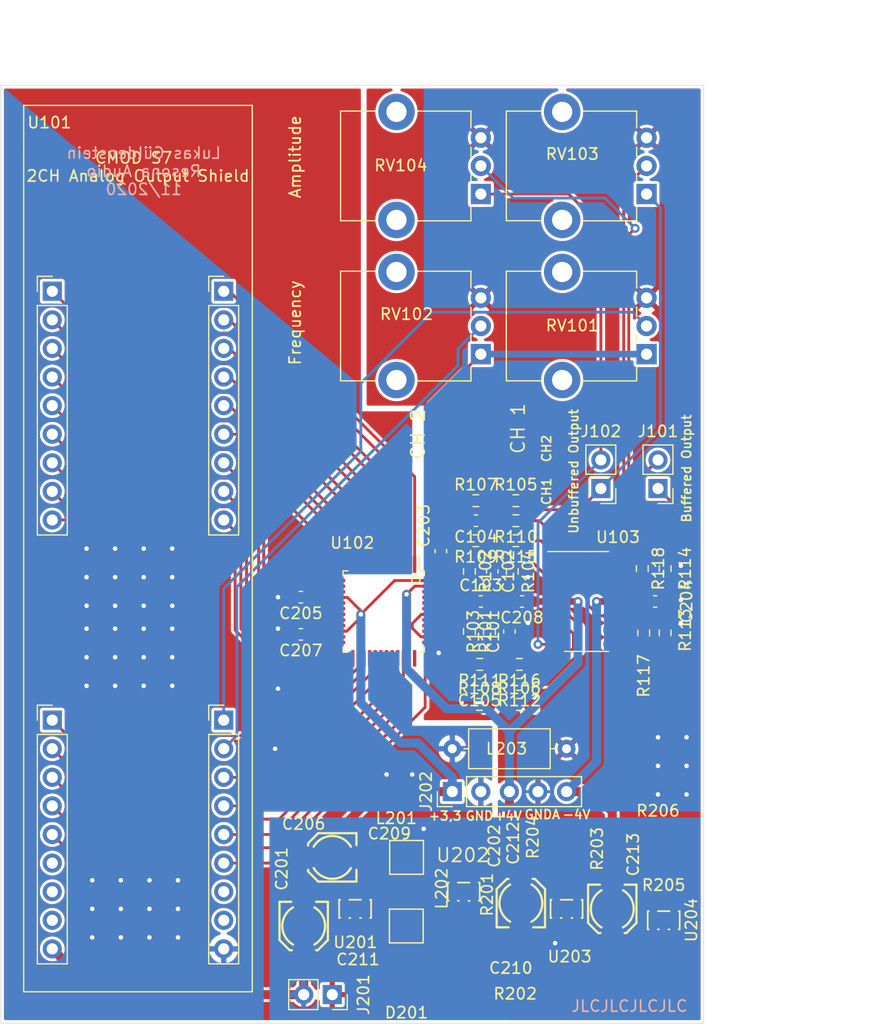
<source format=kicad_pcb>
(kicad_pcb (version 20171130) (host pcbnew 5.1.7)
  (layers (0 F.Cu signal) (31 B.Cu signal) (34 B.Paste user) (35 F.Paste user) (36 B.SilkS user) (37 F.SilkS user) (38 B.Mask user) (39 F.Mask user) (44 Edge.Cuts user))
  (net 0 "")
  (net 1 GNDA)
  (net 2 /DAC_OUT1)
  (net 3 /DB5P1)
  (net 4 /DB6P1)
  (net 5 /DB4P1)
  (net 6 /DB8P1)
  (net 7 /DB3P1)
  (net 8 /DB1P1)
  (net 9 /DB7P1)
  (net 10 /DB2P1)
  (net 11 /DB0P1)
  (net 12 /SLEEP)
  (net 13 /DB1P2)
  (net 14 /DB0P2)
  (net 15 /DB10P1)
  (net 16 /DB11P1)
  (net 17 /DB9P1)
  (net 18 /DB8P2)
  (net 19 /DB7P2)
  (net 20 /DB9P2)
  (net 21 /DB5P2)
  (net 22 /DB10P2)
  (net 23 /DB6P2)
  (net 24 /DB11P2)
  (net 25 /DB2P2)
  (net 26 /DB3P2)
  (net 27 /DB4P2)
  (net 28 +3V3)
  (net 29 /DAC_OUT2)
  (net 30 /DAC_OUT2_BUF)
  (net 31 /DAC_OUT1_BUF)
  (net 32 /CLK_1)
  (net 33 /CLK_2)
  (net 34 GND)
  (net 35 +5V)
  (net 36 -5V)
  (net 37 VDDA)
  (net 38 VSSA)
  (net 39 "Net-(C101-Pad1)")
  (net 40 "Net-(C102-Pad1)")
  (net 41 "Net-(C103-Pad1)")
  (net 42 "Net-(R101-Pad1)")
  (net 43 "Net-(R102-Pad1)")
  (net 44 "Net-(R109-Pad1)")
  (net 45 "Net-(R110-Pad1)")
  (net 46 "Net-(R111-Pad1)")
  (net 47 "Net-(R112-Pad1)")
  (net 48 "Net-(R113-Pad1)")
  (net 49 "Net-(R114-Pad1)")
  (net 50 "Net-(R203-Pad2)")
  (net 51 "Net-(R205-Pad2)")
  (net 52 "Net-(RV101-Pad2)")
  (net 53 "Net-(RV102-Pad2)")
  (net 54 "Net-(RV103-Pad2)")
  (net 55 "Net-(RV104-Pad2)")
  (net 56 "Net-(U102-Pad36)")
  (net 57 "Net-(U102-Pad35)")
  (net 58 "Net-(U102-Pad14)")
  (net 59 "Net-(U102-Pad13)")
  (net 60 "Net-(U201-Pad4)")
  (net 61 "Net-(C209-Pad2)")
  (net 62 "Net-(C209-Pad1)")
  (net 63 "Net-(C210-Pad2)")
  (net 64 /I_OUT1+)
  (net 65 /I_OUT1-)
  (net 66 /I_OUT2+)
  (net 67 /I_OUT2-)
  (net 68 /NC)
  (module signal_generator:CMODS7-25 (layer F.Cu) (at 195.072 72.644)
    (fp_text reference U101 (at -0.254 -14.986) (layer F.SilkS))
    (fp_text value Digilent_CMOD-S7_25)
    (pad 6 thru_hole oval (at 0 12.7) (size 1.7 1.7) (drill 1) (layers *.Cu *.Mask) (net 11 /DB0P1))
    (pad 7 thru_hole oval (at 0 15.24) (size 1.7 1.7) (drill 1) (layers *.Cu *.Mask) (net 33 /CLK_2))
    (pad 5 thru_hole oval (at 0 10.16) (size 1.7 1.7) (drill 1) (layers *.Cu *.Mask) (net 10 /DB2P1))
    (pad 9 thru_hole oval (at 0 20.32) (size 1.7 1.7) (drill 1) (layers *.Cu *.Mask) (net 18 /DB8P2))
    (pad 4 thru_hole oval (at 0 7.62) (size 1.7 1.7) (drill 1) (layers *.Cu *.Mask) (net 5 /DB4P1))
    (pad 2 thru_hole oval (at 0 2.54) (size 1.7 1.7) (drill 1) (layers *.Cu *.Mask) (net 6 /DB8P1))
    (pad 8 thru_hole oval (at 0 17.78) (size 1.7 1.7) (drill 1) (layers *.Cu *.Mask) (net 22 /DB10P2))
    (pad 3 thru_hole oval (at 0 5.08) (size 1.7 1.7) (drill 1) (layers *.Cu *.Mask) (net 4 /DB6P1))
    (pad 1 thru_hole rect (at 0 0) (size 1.7 1.7) (drill 1) (layers *.Cu *.Mask) (net 15 /DB10P1))
    (pad 43 thru_hole oval (at 15.24 12.7) (size 1.7 1.7) (drill 1) (layers *.Cu *.Mask) (net 8 /DB1P1))
    (pad 42 thru_hole oval (at 15.24 15.24) (size 1.7 1.7) (drill 1) (layers *.Cu *.Mask) (net 32 /CLK_1))
    (pad 44 thru_hole oval (at 15.24 10.16) (size 1.7 1.7) (drill 1) (layers *.Cu *.Mask) (net 7 /DB3P1))
    (pad 40 thru_hole oval (at 15.24 20.32) (size 1.7 1.7) (drill 1) (layers *.Cu *.Mask) (net 20 /DB9P2))
    (pad 45 thru_hole oval (at 15.24 7.62) (size 1.7 1.7) (drill 1) (layers *.Cu *.Mask) (net 3 /DB5P1))
    (pad 47 thru_hole oval (at 15.24 2.54) (size 1.7 1.7) (drill 1) (layers *.Cu *.Mask) (net 17 /DB9P1))
    (pad 41 thru_hole oval (at 15.24 17.78) (size 1.7 1.7) (drill 1) (layers *.Cu *.Mask) (net 24 /DB11P2))
    (pad 46 thru_hole oval (at 15.24 5.08) (size 1.7 1.7) (drill 1) (layers *.Cu *.Mask) (net 9 /DB7P1))
    (pad 48 thru_hole rect (at 15.24 0) (size 1.7 1.7) (drill 1) (layers *.Cu *.Mask) (net 16 /DB11P1))
    (pad 21 thru_hole oval (at 0 50.8) (size 1.7 1.7) (drill 1) (layers *.Cu *.Mask) (net 68 /NC))
    (pad 22 thru_hole oval (at 0 53.34) (size 1.7 1.7) (drill 1) (layers *.Cu *.Mask) (net 68 /NC))
    (pad 20 thru_hole oval (at 0 48.26) (size 1.7 1.7) (drill 1) (layers *.Cu *.Mask) (net 14 /DB0P2))
    (pad 24 thru_hole oval (at 0 58.42) (size 1.7 1.7) (drill 1) (layers *.Cu *.Mask) (net 35 +5V))
    (pad 19 thru_hole oval (at 0 45.72) (size 1.7 1.7) (drill 1) (layers *.Cu *.Mask) (net 25 /DB2P2))
    (pad 17 thru_hole oval (at 0 40.64) (size 1.7 1.7) (drill 1) (layers *.Cu *.Mask) (net 23 /DB6P2))
    (pad 23 thru_hole oval (at 0 55.88) (size 1.7 1.7) (drill 1) (layers *.Cu *.Mask) (net 68 /NC))
    (pad 18 thru_hole oval (at 0 43.18) (size 1.7 1.7) (drill 1) (layers *.Cu *.Mask) (net 27 /DB4P2))
    (pad 16 thru_hole rect (at 0 38.1) (size 1.7 1.7) (drill 1) (layers *.Cu *.Mask) (net 19 /DB7P2))
    (pad 28 thru_hole oval (at 15.24 50.8) (size 1.7 1.7) (drill 1) (layers *.Cu *.Mask) (net 12 /SLEEP))
    (pad 27 thru_hole oval (at 15.24 53.34) (size 1.7 1.7) (drill 1) (layers *.Cu *.Mask) (net 68 /NC))
    (pad 29 thru_hole oval (at 15.24 48.26) (size 1.7 1.7) (drill 1) (layers *.Cu *.Mask) (net 13 /DB1P2))
    (pad 25 thru_hole oval (at 15.24 58.42) (size 1.7 1.7) (drill 1) (layers *.Cu *.Mask) (net 34 GND))
    (pad 30 thru_hole oval (at 15.24 45.72) (size 1.7 1.7) (drill 1) (layers *.Cu *.Mask) (net 26 /DB3P2))
    (pad 32 thru_hole oval (at 15.24 40.64) (size 1.7 1.7) (drill 1) (layers *.Cu *.Mask) (net 53 "Net-(RV102-Pad2)"))
    (pad 26 thru_hole oval (at 15.24 55.88) (size 1.7 1.7) (drill 1) (layers *.Cu *.Mask) (net 68 /NC))
    (pad 31 thru_hole oval (at 15.24 43.18) (size 1.7 1.7) (drill 1) (layers *.Cu *.Mask) (net 21 /DB5P2))
    (pad 33 thru_hole rect (at 15.24 38.1) (size 1.7 1.7) (drill 1) (layers *.Cu *.Mask) (net 52 "Net-(RV101-Pad2)"))
  )
  (module Capacitor_SMD:C_0603_1608Metric_Pad1.08x0.95mm_HandSolder (layer F.Cu) (at 234.188 97.536 270)
    (fp_text reference C102 (at 0 -1.43 90) (layer F.SilkS))
    (fp_text value 22nF)
    (pad 2 smd roundrect (at 0.8625 0 270) (size 1.075 0.95) (layers F.Cu F.Paste F.Mask) (net 1 GNDA))
    (pad 1 smd roundrect (at -0.8625 0 270) (size 1.075 0.95) (layers F.Cu F.Paste F.Mask) (net 40 "Net-(C102-Pad1)"))
  )
  (module Resistor_SMD:R_0603_1608Metric_Pad0.98x0.95mm_HandSolder (layer F.Cu) (at 236.601 105.791 180)
    (fp_text reference R116 (at 0 -1.43) (layer F.SilkS))
    (fp_text value 500R)
    (pad 2 smd roundrect (at 0.9125 0 180) (size 0.975 0.95) (layers F.Cu F.Paste F.Mask) (net 46 "Net-(R111-Pad1)"))
    (pad 1 smd roundrect (at -0.9125 0 180) (size 0.975 0.95) (layers F.Cu F.Paste F.Mask) (net 29 /DAC_OUT2))
  )
  (module Resistor_SMD:R_0603_1608Metric_Pad0.98x0.95mm_HandSolder (layer F.Cu) (at 236.2835 94.8055 180)
    (fp_text reference R115 (at 0 -1.43) (layer F.SilkS))
    (fp_text value 500R)
    (pad 2 smd roundrect (at 0.9125 0 180) (size 0.975 0.95) (layers F.Cu F.Paste F.Mask) (net 44 "Net-(R109-Pad1)"))
    (pad 1 smd roundrect (at -0.9125 0 180) (size 0.975 0.95) (layers F.Cu F.Paste F.Mask) (net 2 /DAC_OUT1))
  )
  (module Resistor_SMD:R_0603_1608Metric_Pad0.98x0.95mm_HandSolder (layer F.Cu) (at 236.601 107.569 180)
    (fp_text reference R112 (at 0 -1.43) (layer F.SilkS))
    (fp_text value 225R)
    (pad 2 smd roundrect (at 0.9125 0 180) (size 0.975 0.95) (layers F.Cu F.Paste F.Mask) (net 67 /I_OUT2-))
    (pad 1 smd roundrect (at -0.9125 0 180) (size 0.975 0.95) (layers F.Cu F.Paste F.Mask) (net 47 "Net-(R112-Pad1)"))
  )
  (module Resistor_SMD:R_0603_1608Metric_Pad0.98x0.95mm_HandSolder (layer F.Cu) (at 233.085 105.791 180)
    (fp_text reference R111 (at 0 -1.43) (layer F.SilkS))
    (fp_text value 225R)
    (pad 2 smd roundrect (at 0.9125 0 180) (size 0.975 0.95) (layers F.Cu F.Paste F.Mask) (net 66 /I_OUT2+))
    (pad 1 smd roundrect (at -0.9125 0 180) (size 0.975 0.95) (layers F.Cu F.Paste F.Mask) (net 46 "Net-(R111-Pad1)"))
  )
  (module Resistor_SMD:R_0603_1608Metric_Pad0.98x0.95mm_HandSolder (layer F.Cu) (at 236.2835 93.0275 180)
    (fp_text reference R110 (at 0 -1.43) (layer F.SilkS))
    (fp_text value 225R)
    (pad 2 smd roundrect (at 0.9125 0 180) (size 0.975 0.95) (layers F.Cu F.Paste F.Mask) (net 65 /I_OUT1-))
    (pad 1 smd roundrect (at -0.9125 0 180) (size 0.975 0.95) (layers F.Cu F.Paste F.Mask) (net 45 "Net-(R110-Pad1)"))
  )
  (module Resistor_SMD:R_0603_1608Metric_Pad0.98x0.95mm_HandSolder (layer F.Cu) (at 232.7275 94.8055 180)
    (fp_text reference R109 (at 0 -1.43) (layer F.SilkS))
    (fp_text value 225R)
    (pad 2 smd roundrect (at 0.9125 0 180) (size 0.975 0.95) (layers F.Cu F.Paste F.Mask) (net 64 /I_OUT1+))
    (pad 1 smd roundrect (at -0.9125 0 180) (size 0.975 0.95) (layers F.Cu F.Paste F.Mask) (net 44 "Net-(R109-Pad1)"))
  )
  (module Resistor_SMD:R_0603_1608Metric_Pad0.98x0.95mm_HandSolder (layer F.Cu) (at 233.045 109.347)
    (fp_text reference R108 (at 0 -1.43) (layer F.SilkS))
    (fp_text value 25R)
    (pad 2 smd roundrect (at 0.9125 0) (size 0.975 0.95) (layers F.Cu F.Paste F.Mask) (net 1 GNDA))
    (pad 1 smd roundrect (at -0.9125 0) (size 0.975 0.95) (layers F.Cu F.Paste F.Mask) (net 66 /I_OUT2+))
  )
  (module Resistor_SMD:R_0603_1608Metric_Pad0.98x0.95mm_HandSolder (layer F.Cu) (at 232.7275 91.2495)
    (fp_text reference R107 (at 0 -1.43) (layer F.SilkS))
    (fp_text value 25R)
    (pad 2 smd roundrect (at 0.9125 0) (size 0.975 0.95) (layers F.Cu F.Paste F.Mask) (net 1 GNDA))
    (pad 1 smd roundrect (at -0.9125 0) (size 0.975 0.95) (layers F.Cu F.Paste F.Mask) (net 64 /I_OUT1+))
  )
  (module Resistor_SMD:R_0603_1608Metric_Pad0.98x0.95mm_HandSolder (layer F.Cu) (at 236.601 109.347)
    (fp_text reference R106 (at 0 -1.43) (layer F.SilkS))
    (fp_text value 25R)
    (pad 2 smd roundrect (at 0.9125 0) (size 0.975 0.95) (layers F.Cu F.Paste F.Mask) (net 1 GNDA))
    (pad 1 smd roundrect (at -0.9125 0) (size 0.975 0.95) (layers F.Cu F.Paste F.Mask) (net 67 /I_OUT2-))
  )
  (module Resistor_SMD:R_0603_1608Metric_Pad0.98x0.95mm_HandSolder (layer F.Cu) (at 236.2835 91.2495)
    (fp_text reference R105 (at 0 -1.43) (layer F.SilkS))
    (fp_text value 25R)
    (pad 2 smd roundrect (at 0.9125 0) (size 0.975 0.95) (layers F.Cu F.Paste F.Mask) (net 1 GNDA))
    (pad 1 smd roundrect (at -0.9125 0) (size 0.975 0.95) (layers F.Cu F.Paste F.Mask) (net 65 /I_OUT1-))
  )
  (module Resistor_SMD:R_0603_1608Metric_Pad0.98x0.95mm_HandSolder (layer F.Cu) (at 235.966 97.536 270)
    (fp_text reference R104 (at 0 -1.43 90) (layer F.SilkS))
    (fp_text value 2k)
    (pad 2 smd roundrect (at 0.9125 0 270) (size 0.975 0.95) (layers F.Cu F.Paste F.Mask) (net 1 GNDA))
    (pad 1 smd roundrect (at -0.9125 0 270) (size 0.975 0.95) (layers F.Cu F.Paste F.Mask) (net 43 "Net-(R102-Pad1)"))
  )
  (module Resistor_SMD:R_0603_1608Metric_Pad0.98x0.95mm_HandSolder (layer F.Cu) (at 233.934 102.87 90)
    (fp_text reference R103 (at 0 -1.43 90) (layer F.SilkS))
    (fp_text value 2k)
    (pad 2 smd roundrect (at 0.9125 0 90) (size 0.975 0.95) (layers F.Cu F.Paste F.Mask) (net 1 GNDA))
    (pad 1 smd roundrect (at -0.9125 0 90) (size 0.975 0.95) (layers F.Cu F.Paste F.Mask) (net 42 "Net-(R101-Pad1)"))
  )
  (module Resistor_SMD:R_0603_1608Metric_Pad0.98x0.95mm_HandSolder (layer F.Cu) (at 232.156 97.536 270)
    (fp_text reference R102 (at 0 -1.43 90) (layer F.SilkS))
    (fp_text value 256)
    (pad 2 smd roundrect (at 0.9125 0 270) (size 0.975 0.95) (layers F.Cu F.Paste F.Mask) (net 40 "Net-(C102-Pad1)"))
    (pad 1 smd roundrect (at -0.9125 0 270) (size 0.975 0.95) (layers F.Cu F.Paste F.Mask) (net 43 "Net-(R102-Pad1)"))
  )
  (module Resistor_SMD:R_0603_1608Metric_Pad0.98x0.95mm_HandSolder (layer F.Cu) (at 232.156 102.87 270)
    (fp_text reference R101 (at 0 -1.43 90) (layer F.SilkS))
    (fp_text value 256)
    (pad 2 smd roundrect (at 0.9125 0 270) (size 0.975 0.95) (layers F.Cu F.Paste F.Mask) (net 39 "Net-(C101-Pad1)"))
    (pad 1 smd roundrect (at -0.9125 0 270) (size 0.975 0.95) (layers F.Cu F.Paste F.Mask) (net 42 "Net-(R101-Pad1)"))
  )
  (module Capacitor_SMD:C_0603_1608Metric_Pad1.08x0.95mm_HandSolder (layer F.Cu) (at 236.8285 100.203 180)
    (fp_text reference C208 (at 0 -1.43) (layer F.SilkS))
    (fp_text value 100nF)
    (pad 2 smd roundrect (at 0.8625 0 180) (size 1.075 0.95) (layers F.Cu F.Paste F.Mask) (net 1 GNDA))
    (pad 1 smd roundrect (at -0.8625 0 180) (size 1.075 0.95) (layers F.Cu F.Paste F.Mask) (net 37 VDDA))
  )
  (module Capacitor_SMD:C_0603_1608Metric_Pad1.08x0.95mm_HandSolder (layer F.Cu) (at 233.045 107.569 180)
    (fp_text reference C105 (at 0 -1.43) (layer F.SilkS))
    (fp_text value 100nF)
    (pad 2 smd roundrect (at 0.8625 0 180) (size 1.075 0.95) (layers F.Cu F.Paste F.Mask) (net 66 /I_OUT2+))
    (pad 1 smd roundrect (at -0.8625 0 180) (size 1.075 0.95) (layers F.Cu F.Paste F.Mask) (net 67 /I_OUT2-))
  )
  (module Capacitor_SMD:C_0603_1608Metric_Pad1.08x0.95mm_HandSolder (layer F.Cu) (at 232.7275 93.0275 180)
    (fp_text reference C104 (at 0 -1.43) (layer F.SilkS))
    (fp_text value 100nF)
    (pad 2 smd roundrect (at 0.8625 0 180) (size 1.075 0.95) (layers F.Cu F.Paste F.Mask) (net 64 /I_OUT1+))
    (pad 1 smd roundrect (at -0.8625 0 180) (size 1.075 0.95) (layers F.Cu F.Paste F.Mask) (net 65 /I_OUT1-))
  )
  (module Capacitor_SMD:C_0603_1608Metric_Pad1.08x0.95mm_HandSolder (layer F.Cu) (at 233.172 100.203)
    (fp_text reference C103 (at 0 -1.43) (layer F.SilkS))
    (fp_text value 0.1uF)
    (pad 2 smd roundrect (at 0.8625 0) (size 1.075 0.95) (layers F.Cu F.Paste F.Mask) (net 1 GNDA))
    (pad 1 smd roundrect (at -0.8625 0) (size 1.075 0.95) (layers F.Cu F.Paste F.Mask) (net 41 "Net-(C103-Pad1)"))
  )
  (module Capacitor_SMD:C_0603_1608Metric_Pad1.08x0.95mm_HandSolder (layer F.Cu) (at 235.712 102.87 90)
    (fp_text reference C101 (at 0 -1.43 90) (layer F.SilkS))
    (fp_text value 22nF)
    (pad 2 smd roundrect (at 0.8625 0 90) (size 1.075 0.95) (layers F.Cu F.Paste F.Mask) (net 1 GNDA))
    (pad 1 smd roundrect (at -0.8625 0 90) (size 1.075 0.95) (layers F.Cu F.Paste F.Mask) (net 39 "Net-(C101-Pad1)"))
  )
  (module Potentiometer_THT:Potentiometer_Alpha_RD901F-40-00D_Single_Vertical_CircularHoles (layer F.Cu) (at 247.904 78.232 180)
    (fp_text reference RV101 (at 6.604 2.54 180) (layer F.SilkS))
    (fp_text value 10kB)
    (pad "" thru_hole circle (at 7.5 -2.3 270) (size 3.24 3.24) (drill 1.8) (layers *.Cu *.Mask))
    (pad "" thru_hole circle (at 7.5 7.3 270) (size 3.24 3.24) (drill 1.8) (layers *.Cu *.Mask))
    (pad 3 thru_hole circle (at 0 5 270) (size 1.8 1.8) (drill 1) (layers *.Cu *.Mask) (net 1 GNDA))
    (pad 2 thru_hole circle (at 0 2.5 270) (size 1.8 1.8) (drill 1) (layers *.Cu *.Mask) (net 52 "Net-(RV101-Pad2)"))
    (pad 1 thru_hole rect (at 0 0 270) (size 1.8 1.8) (drill 1) (layers *.Cu *.Mask) (net 28 +3V3))
  )
  (module Inductor_THT:L_Axial_L7.0mm_D3.3mm_P10.16mm_Horizontal_Fastron_MICC (layer F.Cu) (at 240.792 113.284 180)
    (fp_text reference L203 (at 5.334 0) (layer F.SilkS))
    (fp_text value 5uH)
    (pad 2 thru_hole oval (at 10.16 0 180) (size 1.6 1.6) (drill 0.8) (layers *.Cu *.Mask) (net 34 GND))
    (pad 1 thru_hole circle (at 0 0 180) (size 1.6 1.6) (drill 0.8) (layers *.Cu *.Mask) (net 1 GNDA))
  )
  (module Resistor_SMD:R_0603_1608Metric_Pad0.98x0.95mm_HandSolder (layer F.Cu) (at 247.523 97.282 270)
    (fp_text reference R118 (at 0 -1.43 90) (layer F.SilkS))
    (fp_text value R_Small)
    (pad 2 smd roundrect (at 0.9125 0 270) (size 0.975 0.95) (layers F.Cu F.Paste F.Mask) (net 49 "Net-(R114-Pad1)"))
    (pad 1 smd roundrect (at -0.9125 0 270) (size 0.975 0.95) (layers F.Cu F.Paste F.Mask) (net 30 /DAC_OUT2_BUF))
  )
  (module Resistor_SMD:R_0603_1608Metric_Pad0.98x0.95mm_HandSolder (layer F.Cu) (at 247.65 102.997 90)
    (fp_text reference R117 (at -3.81 0 90) (layer F.SilkS))
    (fp_text value R_Small)
    (pad 2 smd roundrect (at 0.9125 0 90) (size 0.975 0.95) (layers F.Cu F.Paste F.Mask) (net 48 "Net-(R113-Pad1)"))
    (pad 1 smd roundrect (at -0.9125 0 90) (size 0.975 0.95) (layers F.Cu F.Paste F.Mask) (net 31 /DAC_OUT1_BUF))
  )
  (module Resistor_SMD:R_0603_1608Metric_Pad0.98x0.95mm_HandSolder (layer F.Cu) (at 249.555 97.282 90)
    (fp_text reference R114 (at 0 1.778 90) (layer F.SilkS))
    (fp_text value R_Small)
    (pad 2 smd roundrect (at 0.9125 0 90) (size 0.975 0.95) (layers F.Cu F.Paste F.Mask) (net 1 GNDA))
    (pad 1 smd roundrect (at -0.9125 0 90) (size 0.975 0.95) (layers F.Cu F.Paste F.Mask) (net 49 "Net-(R114-Pad1)"))
  )
  (module Resistor_SMD:R_0603_1608Metric_Pad0.98x0.95mm_HandSolder (layer F.Cu) (at 249.555 102.997 270)
    (fp_text reference R113 (at -0.254 -1.778 90) (layer F.SilkS))
    (fp_text value R_Small)
    (pad 2 smd roundrect (at 0.9125 0 270) (size 0.975 0.95) (layers F.Cu F.Paste F.Mask) (net 1 GNDA))
    (pad 1 smd roundrect (at -0.9125 0 270) (size 0.975 0.95) (layers F.Cu F.Paste F.Mask) (net 48 "Net-(R113-Pad1)"))
  )
  (module Capacitor_SMD:C_0603_1608Metric_Pad1.08x0.95mm_HandSolder (layer F.Cu) (at 217.17 103.124 180)
    (fp_text reference C207 (at 0 -1.43) (layer F.SilkS))
    (fp_text value 100nF)
    (pad 2 smd roundrect (at 0.8625 0 180) (size 1.075 0.95) (layers F.Cu F.Paste F.Mask) (net 34 GND))
    (pad 1 smd roundrect (at -0.8625 0 180) (size 1.075 0.95) (layers F.Cu F.Paste F.Mask) (net 28 +3V3))
  )
  (module Capacitor_SMD:C_0603_1608Metric_Pad1.08x0.95mm_HandSolder (layer F.Cu) (at 217.17 99.822 180)
    (fp_text reference C205 (at 0 -1.43) (layer F.SilkS))
    (fp_text value 100nF)
    (pad 2 smd roundrect (at 0.8625 0 180) (size 1.075 0.95) (layers F.Cu F.Paste F.Mask) (net 34 GND))
    (pad 1 smd roundrect (at -0.8625 0 180) (size 1.075 0.95) (layers F.Cu F.Paste F.Mask) (net 28 +3V3))
  )
  (module Capacitor_SMD:C_0603_1608Metric_Pad1.08x0.95mm_HandSolder (layer F.Cu) (at 248.666 100.203 180)
    (fp_text reference C204 (at -2.794 0 90) (layer F.SilkS))
    (fp_text value 100nF)
    (pad 2 smd roundrect (at 0.8625 0 180) (size 1.075 0.95) (layers F.Cu F.Paste F.Mask) (net 38 VSSA))
    (pad 1 smd roundrect (at -0.8625 0 180) (size 1.075 0.95) (layers F.Cu F.Paste F.Mask) (net 1 GNDA))
  )
  (module Capacitor_SMD:C_0603_1608Metric_Pad1.08x0.95mm_HandSolder (layer F.Cu) (at 229.616 95.7325 90)
    (fp_text reference C203 (at 2.2605 -1.524 90) (layer F.SilkS))
    (fp_text value 100nF)
    (pad 2 smd roundrect (at 0.8625 0 90) (size 1.075 0.95) (layers F.Cu F.Paste F.Mask) (net 1 GNDA))
    (pad 1 smd roundrect (at -0.8625 0 90) (size 1.075 0.95) (layers F.Cu F.Paste F.Mask) (net 37 VDDA))
  )
  (module DSC-Supply:L0315 (layer F.Cu) (at 226.544 129.032 270)
    (fp_text reference L202 (at -1.397 -2.564 90) (layer F.SilkS) (effects (justify left top)))
    (fp_text value 22u)
    (pad 2 smd rect (at 0 1.5 270) (size 2.6 1.8) (layers F.Cu F.Paste F.Mask) (net 62 "Net-(C209-Pad1)"))
    (pad 1 smd rect (at 0 -1.5 270) (size 2.6 1.8) (layers F.Cu F.Paste F.Mask) (net 36 -5V))
  )
  (module DSC-Supply:L0315 (layer F.Cu) (at 226.568 122.936 90)
    (fp_text reference L201 (at 4.064 1.016) (layer F.SilkS) (effects (justify right top)))
    (fp_text value 22u)
    (pad 2 smd rect (at 0 1.5 90) (size 2.6 1.8) (layers F.Cu F.Paste F.Mask) (net 35 +5V))
    (pad 1 smd rect (at 0 -1.5 90) (size 2.6 1.8) (layers F.Cu F.Paste F.Mask) (net 61 "Net-(C209-Pad2)"))
  )
  (module Package_SO:SOIC-14_3.9x8.7mm_P1.27mm (layer F.Cu) (at 242.57 100.203)
    (fp_text reference U103 (at 2.794 -5.715) (layer F.SilkS))
    (fp_text value TL074)
    (pad 14 smd roundrect (at 2.475 -3.81) (size 1.95 0.6) (layers F.Cu F.Paste F.Mask) (net 30 /DAC_OUT2_BUF))
    (pad 13 smd roundrect (at 2.475 -2.54) (size 1.95 0.6) (layers F.Cu F.Paste F.Mask) (net 49 "Net-(R114-Pad1)"))
    (pad 12 smd roundrect (at 2.475 -1.27) (size 1.95 0.6) (layers F.Cu F.Paste F.Mask) (net 55 "Net-(RV104-Pad2)"))
    (pad 11 smd roundrect (at 2.475 0) (size 1.95 0.6) (layers F.Cu F.Paste F.Mask) (net 38 VSSA))
    (pad 10 smd roundrect (at 2.475 1.27) (size 1.95 0.6) (layers F.Cu F.Paste F.Mask) (net 54 "Net-(RV103-Pad2)"))
    (pad 9 smd roundrect (at 2.475 2.54) (size 1.95 0.6) (layers F.Cu F.Paste F.Mask) (net 48 "Net-(R113-Pad1)"))
    (pad 8 smd roundrect (at 2.475 3.81) (size 1.95 0.6) (layers F.Cu F.Paste F.Mask) (net 31 /DAC_OUT1_BUF))
    (pad 7 smd roundrect (at -2.475 3.81) (size 1.95 0.6) (layers F.Cu F.Paste F.Mask) (net 29 /DAC_OUT2))
    (pad 6 smd roundrect (at -2.475 2.54) (size 1.95 0.6) (layers F.Cu F.Paste F.Mask) (net 46 "Net-(R111-Pad1)"))
    (pad 5 smd roundrect (at -2.475 1.27) (size 1.95 0.6) (layers F.Cu F.Paste F.Mask) (net 47 "Net-(R112-Pad1)"))
    (pad 4 smd roundrect (at -2.475 0) (size 1.95 0.6) (layers F.Cu F.Paste F.Mask) (net 37 VDDA))
    (pad 3 smd roundrect (at -2.475 -1.27) (size 1.95 0.6) (layers F.Cu F.Paste F.Mask) (net 45 "Net-(R110-Pad1)"))
    (pad 2 smd roundrect (at -2.475 -2.54) (size 1.95 0.6) (layers F.Cu F.Paste F.Mask) (net 44 "Net-(R109-Pad1)"))
    (pad 1 smd roundrect (at -2.475 -3.81) (size 1.95 0.6) (layers F.Cu F.Paste F.Mask) (net 2 /DAC_OUT1))
  )
  (module DSC-Supply:SOT23-DBV (layer F.Cu) (at 249.428 128.524)
    (fp_text reference U204 (at 3.048 2.032 90) (layer F.SilkS) (effects (justify left bottom)))
    (fp_text value TPS72301)
    (pad 5 smd rect (at -0.95 -1.3) (size 0.55 1.2) (layers F.Cu F.Paste F.Mask) (net 38 VSSA))
    (pad 4 smd rect (at 0.95 -1.3) (size 0.55 1.2) (layers F.Cu F.Paste F.Mask) (net 51 "Net-(R205-Pad2)"))
    (pad 3 smd rect (at 0.95 1.3) (size 0.55 1.2) (layers F.Cu F.Paste F.Mask) (net 36 -5V))
    (pad 2 smd rect (at 0 1.3) (size 0.55 1.2) (layers F.Cu F.Paste F.Mask) (net 36 -5V))
    (pad 1 smd rect (at -0.95 1.3) (size 0.55 1.2) (layers F.Cu F.Paste F.Mask) (net 1 GNDA))
  )
  (module DSC-Supply:SOT23-DBV (layer F.Cu) (at 240.792 127.508)
    (fp_text reference U203 (at -1.778 4.826) (layer F.SilkS) (effects (justify left bottom)))
    (fp_text value TPS76901)
    (pad 5 smd rect (at -0.95 -1.3) (size 0.55 1.2) (layers F.Cu F.Paste F.Mask) (net 37 VDDA))
    (pad 4 smd rect (at 0.95 -1.3) (size 0.55 1.2) (layers F.Cu F.Paste F.Mask) (net 50 "Net-(R203-Pad2)"))
    (pad 3 smd rect (at 0.95 1.3) (size 0.55 1.2) (layers F.Cu F.Paste F.Mask) (net 1 GNDA))
    (pad 2 smd rect (at 0 1.3) (size 0.55 1.2) (layers F.Cu F.Paste F.Mask) (net 1 GNDA))
    (pad 1 smd rect (at -0.95 1.3) (size 0.55 1.2) (layers F.Cu F.Paste F.Mask) (net 35 +5V))
  )
  (module DSC-Supply:SOT23-DBV (layer F.Cu) (at 231.648 125.984)
    (fp_text reference U202 (at -2.54 -2.54) (layer F.SilkS) (effects (font (size 1.2065 1.2065)) (justify left bottom)))
    (fp_text value LM2611)
    (pad 5 smd rect (at -0.95 -1.3) (size 0.55 1.2) (layers F.Cu F.Paste F.Mask) (net 35 +5V))
    (pad 4 smd rect (at 0.95 -1.3) (size 0.55 1.2) (layers F.Cu F.Paste F.Mask) (net 35 +5V))
    (pad 3 smd rect (at 0.95 1.3) (size 0.55 1.2) (layers F.Cu F.Paste F.Mask) (net 63 "Net-(C210-Pad2)"))
    (pad 2 smd rect (at 0 1.3) (size 0.55 1.2) (layers F.Cu F.Paste F.Mask) (net 34 GND))
    (pad 1 smd rect (at -0.95 1.3) (size 0.55 1.2) (layers F.Cu F.Paste F.Mask) (net 61 "Net-(C209-Pad2)"))
  )
  (module DSC-Supply:SOT23-DBV (layer F.Cu) (at 221.996 127.508)
    (fp_text reference U201 (at -2.032 3.556) (layer F.SilkS) (effects (justify left bottom)))
    (fp_text value TPS76933)
    (pad 5 smd rect (at -0.95 -1.3) (size 0.55 1.2) (layers F.Cu F.Paste F.Mask) (net 28 +3V3))
    (pad 4 smd rect (at 0.95 -1.3) (size 0.55 1.2) (layers F.Cu F.Paste F.Mask) (net 60 "Net-(U201-Pad4)"))
    (pad 3 smd rect (at 0.95 1.3) (size 0.55 1.2) (layers F.Cu F.Paste F.Mask) (net 34 GND))
    (pad 2 smd rect (at 0 1.3) (size 0.55 1.2) (layers F.Cu F.Paste F.Mask) (net 34 GND))
    (pad 1 smd rect (at -0.95 1.3) (size 0.55 1.2) (layers F.Cu F.Paste F.Mask) (net 35 +5V))
  )
  (module DSC-Supply:C0805 (layer F.Cu) (at 249.428 120.904 180)
    (fp_text reference R206 (at -1.524 1.524) (layer F.SilkS) (effects (justify right bottom)))
    (fp_text value 30k)
    (pad 2 smd rect (at 0.95 0 180) (size 1.3 1.5) (layers F.Cu F.Paste F.Mask) (net 1 GNDA))
    (pad 1 smd rect (at -0.95 0 180) (size 1.3 1.5) (layers F.Cu F.Paste F.Mask) (net 51 "Net-(R205-Pad2)"))
  )
  (module DSC-Supply:C0805 (layer F.Cu) (at 249.362 123.444)
    (fp_text reference R205 (at -1.966 2.54) (layer F.SilkS) (effects (justify left bottom)))
    (fp_text value 30k)
    (pad 2 smd rect (at 0.95 0) (size 1.3 1.5) (layers F.Cu F.Paste F.Mask) (net 51 "Net-(R205-Pad2)"))
    (pad 1 smd rect (at -0.95 0) (size 1.3 1.5) (layers F.Cu F.Paste F.Mask) (net 38 VSSA))
  )
  (module DSC-Supply:C0805 (layer F.Cu) (at 240.792 120.904 180)
    (fp_text reference R204 (at 2.413 1.778 90) (layer F.SilkS) (effects (justify right bottom)))
    (fp_text value 30k)
    (pad 2 smd rect (at 0.95 0 180) (size 1.3 1.5) (layers F.Cu F.Paste F.Mask) (net 1 GNDA))
    (pad 1 smd rect (at -0.95 0 180) (size 1.3 1.5) (layers F.Cu F.Paste F.Mask) (net 50 "Net-(R203-Pad2)"))
  )
  (module DSC-Supply:C0805 (layer F.Cu) (at 240.792 123.444)
    (fp_text reference R203 (at 3.302 0.762 90) (layer F.SilkS) (effects (justify left bottom)))
    (fp_text value 30k)
    (pad 2 smd rect (at 0.95 0) (size 1.3 1.5) (layers F.Cu F.Paste F.Mask) (net 50 "Net-(R203-Pad2)"))
    (pad 1 smd rect (at -0.95 0) (size 1.3 1.5) (layers F.Cu F.Paste F.Mask) (net 37 VDDA))
  )
  (module DSC-Supply:C0805 (layer F.Cu) (at 231.648 134.62 180)
    (fp_text reference R202 (at -6.604 -1.016) (layer F.SilkS) (effects (justify right bottom)))
    (fp_text value 10k)
    (pad 2 smd rect (at 0.95 0 180) (size 1.3 1.5) (layers F.Cu F.Paste F.Mask) (net 34 GND))
    (pad 1 smd rect (at -0.95 0 180) (size 1.3 1.5) (layers F.Cu F.Paste F.Mask) (net 63 "Net-(C210-Pad2)"))
  )
  (module DSC-Supply:C0805 (layer F.Cu) (at 231.648 129.54)
    (fp_text reference R201 (at 2.667 -1.27 90) (layer F.SilkS) (effects (justify left bottom)))
    (fp_text value 29k4)
    (pad 2 smd rect (at 0.95 0) (size 1.3 1.5) (layers F.Cu F.Paste F.Mask) (net 63 "Net-(C210-Pad2)"))
    (pad 1 smd rect (at -0.95 0) (size 1.3 1.5) (layers F.Cu F.Paste F.Mask) (net 61 "Net-(C209-Pad2)"))
  )
  (module Connector_PinHeader_2.54mm:PinHeader_1x05_P2.54mm_Vertical (layer F.Cu) (at 230.632 117.094 90)
    (fp_text reference J202 (at 0 -2.33 90) (layer F.SilkS))
    (fp_text value "Power Output")
    (pad 5 thru_hole oval (at 0 10.16 90) (size 1.7 1.7) (drill 1) (layers *.Cu *.Mask) (net 38 VSSA))
    (pad 4 thru_hole oval (at 0 7.62 90) (size 1.7 1.7) (drill 1) (layers *.Cu *.Mask) (net 1 GNDA))
    (pad 3 thru_hole oval (at 0 5.08 90) (size 1.7 1.7) (drill 1) (layers *.Cu *.Mask) (net 37 VDDA))
    (pad 2 thru_hole oval (at 0 2.54 90) (size 1.7 1.7) (drill 1) (layers *.Cu *.Mask) (net 34 GND))
    (pad 1 thru_hole rect (at 0 0 90) (size 1.7 1.7) (drill 1) (layers *.Cu *.Mask) (net 28 +3V3))
  )
  (module Connector_PinSocket_2.54mm:PinSocket_1x02_P2.54mm_Vertical (layer F.Cu) (at 219.964 135.128 270)
    (fp_text reference J201 (at 0 -2.77 90) (layer F.SilkS))
    (fp_text value "Power Input")
    (pad 2 thru_hole oval (at 0 2.54 270) (size 1.7 1.7) (drill 1) (layers *.Cu *.Mask) (net 35 +5V))
    (pad 1 thru_hole rect (at 0 0 270) (size 1.7 1.7) (drill 1) (layers *.Cu *.Mask) (net 34 GND))
  )
  (module DSC-Supply:SOD123 (layer F.Cu) (at 226.568 134.62 180)
    (fp_text reference D201 (at 2.032 -1.524) (layer F.SilkS) (effects (justify left top)))
    (fp_text value MBR0520LT)
    (pad 2 smd rect (at 1.9 0 180) (size 1.4 1.4) (layers F.Cu F.Paste F.Mask) (net 62 "Net-(C209-Pad1)"))
    (pad 1 smd rect (at -1.9 0 180) (size 1.4 1.4) (layers F.Cu F.Paste F.Mask) (net 34 GND))
  )
  (module DSC-Supply:153CLV-0405 (layer F.Cu) (at 244.856 127.508 270)
    (fp_text reference C213 (at -2.794 -1.27 90) (layer F.SilkS) (effects (justify left top)))
    (fp_text value 10u)
    (pad 2 smd rect (at -1.8 0 270) (size 2.6 1.6) (layers F.Cu F.Paste F.Mask) (net 38 VSSA))
    (pad 1 smd rect (at 1.8 0 270) (size 2.6 1.6) (layers F.Cu F.Paste F.Mask) (net 1 GNDA))
  )
  (module DSC-Supply:153CLV-0405 (layer F.Cu) (at 236.728 127 90)
    (fp_text reference C212 (at 7.366 -1.27 90) (layer F.SilkS) (effects (justify right top)))
    (fp_text value 10u)
    (pad 2 smd rect (at -1.8 0 90) (size 2.6 1.6) (layers F.Cu F.Paste F.Mask) (net 1 GNDA))
    (pad 1 smd rect (at 1.8 0 90) (size 2.6 1.6) (layers F.Cu F.Paste F.Mask) (net 37 VDDA))
  )
  (module DSC-Supply:C0805 (layer F.Cu) (at 227.076 132.08)
    (fp_text reference C211 (at -6.858 0.508 180) (layer F.SilkS) (effects (justify left bottom)))
    (fp_text value 22u)
    (pad 2 smd rect (at 0.95 0) (size 1.3 1.5) (layers F.Cu F.Paste F.Mask) (net 36 -5V))
    (pad 1 smd rect (at -0.95 0) (size 1.3 1.5) (layers F.Cu F.Paste F.Mask) (net 34 GND))
  )
  (module DSC-Supply:C0805 (layer F.Cu) (at 231.648 132.08)
    (fp_text reference C210 (at 2.159 1.27) (layer F.SilkS) (effects (justify left bottom)))
    (fp_text value 1n)
    (pad 2 smd rect (at 0.95 0) (size 1.3 1.5) (layers F.Cu F.Paste F.Mask) (net 63 "Net-(C210-Pad2)"))
    (pad 1 smd rect (at -0.95 0) (size 1.3 1.5) (layers F.Cu F.Paste F.Mask) (net 61 "Net-(C209-Pad2)"))
  )
  (module DSC-Supply:C0805 (layer F.Cu) (at 227.076 125.984)
    (fp_text reference C209 (at -4.064 -4.572) (layer F.SilkS) (effects (justify left bottom)))
    (fp_text value 2u2)
    (pad 2 smd rect (at 0.95 0) (size 1.3 1.5) (layers F.Cu F.Paste F.Mask) (net 61 "Net-(C209-Pad2)"))
    (pad 1 smd rect (at -0.95 0) (size 1.3 1.5) (layers F.Cu F.Paste F.Mask) (net 62 "Net-(C209-Pad1)"))
  )
  (module DSC-Supply:153CLV-0405 (layer F.Cu) (at 219.964 122.936 180)
    (fp_text reference C206 (at 4.572 3.556) (layer F.SilkS) (effects (justify left top)))
    (fp_text value 10u)
    (pad 2 smd rect (at -1.8 0 180) (size 2.6 1.6) (layers F.Cu F.Paste F.Mask) (net 34 GND))
    (pad 1 smd rect (at 1.8 0 180) (size 2.6 1.6) (layers F.Cu F.Paste F.Mask) (net 28 +3V3))
  )
  (module DSC-Supply:C0805 (layer F.Cu) (at 231.648 120.904)
    (fp_text reference C202 (at 3.302 3.048 90) (layer F.SilkS) (effects (justify left bottom)))
    (fp_text value 22u)
    (pad 2 smd rect (at 0.95 0) (size 1.3 1.5) (layers F.Cu F.Paste F.Mask) (net 35 +5V))
    (pad 1 smd rect (at -0.95 0) (size 1.3 1.5) (layers F.Cu F.Paste F.Mask) (net 34 GND))
  )
  (module DSC-Supply:153CLV-0405 (layer F.Cu) (at 217.424 129.032 270)
    (fp_text reference C201 (at -3.048 2.54 90) (layer F.SilkS) (effects (justify left top)))
    (fp_text value 10u)
    (pad 2 smd rect (at -1.8 0 270) (size 2.6 1.6) (layers F.Cu F.Paste F.Mask) (net 34 GND))
    (pad 1 smd rect (at 1.8 0 270) (size 2.6 1.6) (layers F.Cu F.Paste F.Mask) (net 35 +5V))
  )
  (module Potentiometer_THT:Potentiometer_Alpha_RD901F-40-00D_Single_Vertical_CircularHoles (layer F.Cu) (at 233.172 64.008 180)
    (fp_text reference RV104 (at 7.112 2.54 180) (layer F.SilkS))
    (fp_text value 10kA)
    (pad "" thru_hole circle (at 7.5 -2.3 270) (size 3.24 3.24) (drill 1.8) (layers *.Cu *.Mask))
    (pad "" thru_hole circle (at 7.5 7.3 270) (size 3.24 3.24) (drill 1.8) (layers *.Cu *.Mask))
    (pad 3 thru_hole circle (at 0 5 270) (size 1.8 1.8) (drill 1) (layers *.Cu *.Mask) (net 1 GNDA))
    (pad 2 thru_hole circle (at 0 2.5 270) (size 1.8 1.8) (drill 1) (layers *.Cu *.Mask) (net 55 "Net-(RV104-Pad2)"))
    (pad 1 thru_hole rect (at 0 0 270) (size 1.8 1.8) (drill 1) (layers *.Cu *.Mask) (net 29 /DAC_OUT2))
  )
  (module Potentiometer_THT:Potentiometer_Alpha_RD901F-40-00D_Single_Vertical_CircularHoles (layer F.Cu) (at 247.904 64.008 180)
    (fp_text reference RV103 (at 6.604 3.556 180) (layer F.SilkS))
    (fp_text value 10kA)
    (pad "" thru_hole circle (at 7.5 -2.3 270) (size 3.24 3.24) (drill 1.8) (layers *.Cu *.Mask))
    (pad "" thru_hole circle (at 7.5 7.3 270) (size 3.24 3.24) (drill 1.8) (layers *.Cu *.Mask))
    (pad 3 thru_hole circle (at 0 5 270) (size 1.8 1.8) (drill 1) (layers *.Cu *.Mask) (net 1 GNDA))
    (pad 2 thru_hole circle (at 0 2.5 270) (size 1.8 1.8) (drill 1) (layers *.Cu *.Mask) (net 54 "Net-(RV103-Pad2)"))
    (pad 1 thru_hole rect (at 0 0 270) (size 1.8 1.8) (drill 1) (layers *.Cu *.Mask) (net 2 /DAC_OUT1))
  )
  (module Potentiometer_THT:Potentiometer_Alpha_RD901F-40-00D_Single_Vertical_CircularHoles (layer F.Cu) (at 233.172 78.232 180)
    (fp_text reference RV102 (at 6.604 3.556) (layer F.SilkS))
    (fp_text value 10kB)
    (pad "" thru_hole circle (at 7.5 -2.3 270) (size 3.24 3.24) (drill 1.8) (layers *.Cu *.Mask))
    (pad "" thru_hole circle (at 7.5 7.3 270) (size 3.24 3.24) (drill 1.8) (layers *.Cu *.Mask))
    (pad 3 thru_hole circle (at 0 5 270) (size 1.8 1.8) (drill 1) (layers *.Cu *.Mask) (net 1 GNDA))
    (pad 2 thru_hole circle (at 0 2.5 270) (size 1.8 1.8) (drill 1) (layers *.Cu *.Mask) (net 53 "Net-(RV102-Pad2)"))
    (pad 1 thru_hole rect (at 0 0 270) (size 1.8 1.8) (drill 1) (layers *.Cu *.Mask) (net 28 +3V3))
  )
  (module Connector_PinHeader_2.54mm:PinHeader_1x02_P2.54mm_Vertical (layer F.Cu) (at 248.92 90.17 180)
    (fp_text reference J101 (at 0 5.08) (layer F.SilkS))
    (fp_text value DAC_OUT_BUF)
    (pad 2 thru_hole oval (at 0 2.54 180) (size 1.7 1.7) (drill 1) (layers *.Cu *.Mask) (net 30 /DAC_OUT2_BUF))
    (pad 1 thru_hole rect (at 0 0 180) (size 1.7 1.7) (drill 1) (layers *.Cu *.Mask) (net 31 /DAC_OUT1_BUF))
  )
  (module Package_QFP:LQFP-48_7x7mm_P0.5mm (layer F.Cu) (at 224.536 101.092 270)
    (fp_text reference U102 (at -6.096 2.794 180) (layer F.SilkS))
    (fp_text value ADC9765)
    (pad 48 smd roundrect (at -2.75 -4.1625 270) (size 0.3 1.475) (layers F.Cu F.Paste F.Mask) (net 28 +3V3))
    (pad 47 smd roundrect (at -2.25 -4.1625 270) (size 0.3 1.475) (layers F.Cu F.Paste F.Mask) (net 37 VDDA))
    (pad 46 smd roundrect (at -1.75 -4.1625 270) (size 0.3 1.475) (layers F.Cu F.Paste F.Mask) (net 64 /I_OUT1+))
    (pad 45 smd roundrect (at -1.25 -4.1625 270) (size 0.3 1.475) (layers F.Cu F.Paste F.Mask) (net 65 /I_OUT1-))
    (pad 44 smd roundrect (at -0.75 -4.1625 270) (size 0.3 1.475) (layers F.Cu F.Paste F.Mask) (net 43 "Net-(R102-Pad1)"))
    (pad 43 smd roundrect (at -0.25 -4.1625 270) (size 0.3 1.475) (layers F.Cu F.Paste F.Mask) (net 41 "Net-(C103-Pad1)"))
    (pad 42 smd roundrect (at 0.25 -4.1625 270) (size 0.3 1.475) (layers F.Cu F.Paste F.Mask) (net 1 GNDA))
    (pad 41 smd roundrect (at 0.75 -4.1625 270) (size 0.3 1.475) (layers F.Cu F.Paste F.Mask) (net 42 "Net-(R101-Pad1)"))
    (pad 40 smd roundrect (at 1.25 -4.1625 270) (size 0.3 1.475) (layers F.Cu F.Paste F.Mask) (net 67 /I_OUT2-))
    (pad 39 smd roundrect (at 1.75 -4.1625 270) (size 0.3 1.475) (layers F.Cu F.Paste F.Mask) (net 66 /I_OUT2+))
    (pad 38 smd roundrect (at 2.25 -4.1625 270) (size 0.3 1.475) (layers F.Cu F.Paste F.Mask) (net 1 GNDA))
    (pad 37 smd roundrect (at 2.75 -4.1625 270) (size 0.3 1.475) (layers F.Cu F.Paste F.Mask) (net 12 /SLEEP))
    (pad 36 smd roundrect (at 4.1625 -2.75 270) (size 1.475 0.3) (layers F.Cu F.Paste F.Mask) (net 56 "Net-(U102-Pad36)"))
    (pad 35 smd roundrect (at 4.1625 -2.25 270) (size 1.475 0.3) (layers F.Cu F.Paste F.Mask) (net 57 "Net-(U102-Pad35)"))
    (pad 34 smd roundrect (at 4.1625 -1.75 270) (size 1.475 0.3) (layers F.Cu F.Paste F.Mask) (net 14 /DB0P2))
    (pad 33 smd roundrect (at 4.1625 -1.25 270) (size 1.475 0.3) (layers F.Cu F.Paste F.Mask) (net 13 /DB1P2))
    (pad 32 smd roundrect (at 4.1625 -0.75 270) (size 1.475 0.3) (layers F.Cu F.Paste F.Mask) (net 25 /DB2P2))
    (pad 31 smd roundrect (at 4.1625 -0.25 270) (size 1.475 0.3) (layers F.Cu F.Paste F.Mask) (net 26 /DB3P2))
    (pad 30 smd roundrect (at 4.1625 0.25 270) (size 1.475 0.3) (layers F.Cu F.Paste F.Mask) (net 27 /DB4P2))
    (pad 29 smd roundrect (at 4.1625 0.75 270) (size 1.475 0.3) (layers F.Cu F.Paste F.Mask) (net 21 /DB5P2))
    (pad 28 smd roundrect (at 4.1625 1.25 270) (size 1.475 0.3) (layers F.Cu F.Paste F.Mask) (net 23 /DB6P2))
    (pad 27 smd roundrect (at 4.1625 1.75 270) (size 1.475 0.3) (layers F.Cu F.Paste F.Mask) (net 19 /DB7P2))
    (pad 26 smd roundrect (at 4.1625 2.25 270) (size 1.475 0.3) (layers F.Cu F.Paste F.Mask) (net 18 /DB8P2))
    (pad 25 smd roundrect (at 4.1625 2.75 270) (size 1.475 0.3) (layers F.Cu F.Paste F.Mask) (net 20 /DB9P2))
    (pad 24 smd roundrect (at 2.75 4.1625 270) (size 0.3 1.475) (layers F.Cu F.Paste F.Mask) (net 22 /DB10P2))
    (pad 23 smd roundrect (at 2.25 4.1625 270) (size 0.3 1.475) (layers F.Cu F.Paste F.Mask) (net 24 /DB11P2))
    (pad 22 smd roundrect (at 1.75 4.1625 270) (size 0.3 1.475) (layers F.Cu F.Paste F.Mask) (net 28 +3V3))
    (pad 21 smd roundrect (at 1.25 4.1625 270) (size 0.3 1.475) (layers F.Cu F.Paste F.Mask) (net 34 GND))
    (pad 20 smd roundrect (at 0.75 4.1625 270) (size 0.3 1.475) (layers F.Cu F.Paste F.Mask) (net 33 /CLK_2))
    (pad 19 smd roundrect (at 0.25 4.1625 270) (size 0.3 1.475) (layers F.Cu F.Paste F.Mask) (net 33 /CLK_2))
    (pad 18 smd roundrect (at -0.25 4.1625 270) (size 0.3 1.475) (layers F.Cu F.Paste F.Mask) (net 32 /CLK_1))
    (pad 17 smd roundrect (at -0.75 4.1625 270) (size 0.3 1.475) (layers F.Cu F.Paste F.Mask) (net 32 /CLK_1))
    (pad 16 smd roundrect (at -1.25 4.1625 270) (size 0.3 1.475) (layers F.Cu F.Paste F.Mask) (net 28 +3V3))
    (pad 15 smd roundrect (at -1.75 4.1625 270) (size 0.3 1.475) (layers F.Cu F.Paste F.Mask) (net 34 GND))
    (pad 14 smd roundrect (at -2.25 4.1625 270) (size 0.3 1.475) (layers F.Cu F.Paste F.Mask) (net 58 "Net-(U102-Pad14)"))
    (pad 13 smd roundrect (at -2.75 4.1625 270) (size 0.3 1.475) (layers F.Cu F.Paste F.Mask) (net 59 "Net-(U102-Pad13)"))
    (pad 12 smd roundrect (at -4.1625 2.75 270) (size 1.475 0.3) (layers F.Cu F.Paste F.Mask) (net 11 /DB0P1))
    (pad 11 smd roundrect (at -4.1625 2.25 270) (size 1.475 0.3) (layers F.Cu F.Paste F.Mask) (net 8 /DB1P1))
    (pad 10 smd roundrect (at -4.1625 1.75 270) (size 1.475 0.3) (layers F.Cu F.Paste F.Mask) (net 10 /DB2P1))
    (pad 9 smd roundrect (at -4.1625 1.25 270) (size 1.475 0.3) (layers F.Cu F.Paste F.Mask) (net 7 /DB3P1))
    (pad 8 smd roundrect (at -4.1625 0.75 270) (size 1.475 0.3) (layers F.Cu F.Paste F.Mask) (net 5 /DB4P1))
    (pad 7 smd roundrect (at -4.1625 0.25 270) (size 1.475 0.3) (layers F.Cu F.Paste F.Mask) (net 3 /DB5P1))
    (pad 6 smd roundrect (at -4.1625 -0.25 270) (size 1.475 0.3) (layers F.Cu F.Paste F.Mask) (net 4 /DB6P1))
    (pad 5 smd roundrect (at -4.1625 -0.75 270) (size 1.475 0.3) (layers F.Cu F.Paste F.Mask) (net 9 /DB7P1))
    (pad 4 smd roundrect (at -4.1625 -1.25 270) (size 1.475 0.3) (layers F.Cu F.Paste F.Mask) (net 6 /DB8P1))
    (pad 3 smd roundrect (at -4.1625 -1.75 270) (size 1.475 0.3) (layers F.Cu F.Paste F.Mask) (net 17 /DB9P1))
    (pad 2 smd roundrect (at -4.1625 -2.25 270) (size 1.475 0.3) (layers F.Cu F.Paste F.Mask) (net 15 /DB10P1))
    (pad 1 smd roundrect (at -4.1625 -2.75 270) (size 1.475 0.3) (layers F.Cu F.Paste F.Mask) (net 16 /DB11P1))
  )
  (module Connector_PinHeader_2.54mm:PinHeader_1x02_P2.54mm_Vertical (layer F.Cu) (at 243.84 90.17 180)
    (fp_text reference J102 (at 0 5.08) (layer F.SilkS))
    (fp_text value DAC_OUT)
    (pad 1 thru_hole rect (at 0 0 180) (size 1.7 1.7) (drill 1) (layers *.Cu *.Mask) (net 2 /DAC_OUT1))
    (pad 2 thru_hole oval (at 0 2.54 180) (size 1.7 1.7) (drill 1) (layers *.Cu *.Mask) (net 29 /DAC_OUT2))
  )
  (gr_text "Lukas Güldenstein\nResona Audio\n11/2020" (at 203.2 61.976) (layer B.SilkS) (effects (font (size 1 1)) (justify mirror)))
  (gr_text -4V (at 241.681 119.126) (layer F.SilkS) (effects (font (size 0.8 0.8))))
  (gr_text GNDA (at 238.633 119.126) (layer F.SilkS) (effects (font (size 0.8 0.8))))
  (gr_text +4V (at 235.585 119.253) (layer F.SilkS) (effects (font (size 0.8 0.8))))
  (gr_text GND (at 233.045 119.253) (layer F.SilkS) (effects (font (size 0.8 0.8))))
  (gr_text +3,3 (at 229.997 119.253) (layer F.SilkS) (effects (font (size 0.8 0.8))))
  (gr_text CH2 (at 239.014 86.614 90) (layer F.SilkS) (effects (font (size 0.8 0.8))))
  (gr_text CH1 (at 239.014 90.424 90) (layer F.SilkS) (effects (font (size 0.8 0.8))))
  (gr_text JLCJLCJLCJLC (at 246.38 136.144) (layer B.SilkS) (effects (font (size 1 1))))
  (gr_text "CH 2" (at 227.584 85.344 90) (layer F.SilkS) (effects (font (size 1.2 1.2))))
  (gr_text "CH 1" (at 236.474 84.836 90) (layer F.SilkS) (effects (font (size 1.2 1.2))))
  (gr_text Frequency (at 216.662 75.438 90) (layer F.SilkS) (effects (font (size 1 1))))
  (gr_text Amplitude (at 216.662 60.706 90) (layer F.SilkS) (effects (font (size 1 1))))
  (gr_circle (center 227.3935 98.298) (end 227.1395 98.552) (layer F.SilkS) (width 0.12))
  (gr_text "Unbuffered Output" (at 241.427 88.646 90) (layer F.SilkS) (effects (font (size 0.8 0.8))))
  (gr_text "Buffered Output" (at 251.46 88.392 90) (layer F.SilkS) (effects (font (size 0.8 0.8))))
  (gr_text "CMOD S7 \n2CH Analog Output Shield" (at 202.692 61.595) (layer F.SilkS) (effects (font (size 1 1))))
  (gr_line (start 190.5 137.668) (end 190.5 54.356) (layer Edge.Cuts) (width 0.05))
  (gr_line (start 252.984 137.668) (end 190.5 137.668) (layer Edge.Cuts) (width 0.05))
  (gr_line (start 252.984 54.356) (end 252.984 137.668) (layer Edge.Cuts) (width 0.05))
  (gr_line (start 190.5 54.356) (end 252.984 54.356) (layer Edge.Cuts) (width 0.05))
  (segment (start 241.742 128.808) (end 240.792 128.808) (width 0.4) (layer F.Cu) (net 1))
  (segment (start 227.895298 101.342) (end 227.076 102.161298) (width 0.25) (layer F.Cu) (net 1))
  (segment (start 228.6985 101.342) (end 227.895298 101.342) (width 0.25) (layer F.Cu) (net 1))
  (segment (start 227.845318 103.342) (end 228.6985 103.342) (width 0.25) (layer F.Cu) (net 1))
  (segment (start 227.076 102.572682) (end 227.845318 103.342) (width 0.25) (layer F.Cu) (net 1))
  (segment (start 227.076 102.161298) (end 227.076 102.572682) (width 0.25) (layer F.Cu) (net 1))
  (via (at 248.92 112.268) (size 0.8) (drill 0.4) (layers F.Cu B.Cu) (net 1))
  (via (at 251.46 112.268) (size 0.8) (drill 0.4) (layers F.Cu B.Cu) (net 1))
  (via (at 248.92 114.808) (size 0.8) (drill 0.4) (layers F.Cu B.Cu) (net 1))
  (via (at 251.46 114.808) (size 0.8) (drill 0.4) (layers F.Cu B.Cu) (net 1))
  (via (at 248.92 117.348) (size 0.8) (drill 0.4) (layers F.Cu B.Cu) (net 1))
  (via (at 251.46 117.348) (size 0.8) (drill 0.4) (layers F.Cu B.Cu) (net 1))
  (via (at 229.4235 104.775) (size 0.8) (drill 0.4) (layers F.Cu B.Cu) (net 1))
  (segment (start 229.761009 104.437491) (end 229.4235 104.775) (width 0.25) (layer F.Cu) (net 1))
  (segment (start 228.6985 103.342) (end 229.501702 103.342) (width 0.25) (layer F.Cu) (net 1))
  (segment (start 229.76101 103.601308) (end 229.761009 104.437491) (width 0.25) (layer F.Cu) (net 1))
  (segment (start 229.501702 103.342) (end 229.76101 103.601308) (width 0.25) (layer F.Cu) (net 1))
  (via (at 237.363 102.108) (size 0.8) (drill 0.4) (layers F.Cu B.Cu) (net 1))
  (via (at 237.363 98.044) (size 0.8) (drill 0.4) (layers F.Cu B.Cu) (net 1))
  (via (at 250.952 102.108) (size 0.8) (drill 0.4) (layers F.Cu B.Cu) (net 1))
  (via (at 250.952 100.076) (size 0.8) (drill 0.4) (layers F.Cu B.Cu) (net 1))
  (via (at 250.952 97.028) (size 0.8) (drill 0.4) (layers F.Cu B.Cu) (net 1))
  (segment (start 238.5075 94.8055) (end 240.095 96.393) (width 0.25) (layer F.Cu) (net 2))
  (segment (start 237.196 94.8055) (end 238.5075 94.8055) (width 0.25) (layer F.Cu) (net 2))
  (segment (start 241.96049 92.04951) (end 243.84 90.17) (width 0.25) (layer F.Cu) (net 2))
  (segment (start 236.89098 92.04951) (end 241.96049 92.04951) (width 0.25) (layer F.Cu) (net 2))
  (segment (start 236.38349 92.557) (end 236.89098 92.04951) (width 0.25) (layer F.Cu) (net 2))
  (segment (start 236.38349 93.99299) (end 236.38349 92.557) (width 0.25) (layer F.Cu) (net 2))
  (segment (start 237.196 94.8055) (end 236.38349 93.99299) (width 0.25) (layer F.Cu) (net 2))
  (segment (start 249.129001 65.233001) (end 247.904 64.008) (width 0.25) (layer B.Cu) (net 2))
  (segment (start 249.129001 84.880999) (end 249.129001 65.233001) (width 0.25) (layer B.Cu) (net 2))
  (segment (start 243.84 90.17) (end 249.129001 84.880999) (width 0.25) (layer B.Cu) (net 2))
  (segment (start 224.286 93.73) (end 224.286 96.9295) (width 0.25) (layer F.Cu) (net 3))
  (segment (start 210.82 80.264) (end 224.286 93.73) (width 0.25) (layer F.Cu) (net 3))
  (segment (start 210.312 80.264) (end 210.82 80.264) (width 0.25) (layer F.Cu) (net 3))
  (segment (start 224.786 96.778) (end 224.786 96.9295) (width 0.25) (layer F.Cu) (net 4))
  (segment (start 224.81099 96.75301) (end 224.786 96.778) (width 0.25) (layer F.Cu) (net 4))
  (segment (start 224.81099 92.73099) (end 224.81099 96.75301) (width 0.25) (layer F.Cu) (net 4))
  (segment (start 211.168999 79.088999) (end 224.81099 92.73099) (width 0.25) (layer F.Cu) (net 4))
  (segment (start 196.436999 79.088999) (end 211.168999 79.088999) (width 0.25) (layer F.Cu) (net 4))
  (segment (start 195.072 77.724) (end 196.436999 79.088999) (width 0.25) (layer F.Cu) (net 4))
  (segment (start 195.072 80.264) (end 196.436999 81.628999) (width 0.25) (layer F.Cu) (net 5))
  (segment (start 196.436999 81.628999) (end 211.168999 81.628999) (width 0.25) (layer F.Cu) (net 5))
  (segment (start 211.168999 81.628999) (end 223.786 94.246) (width 0.25) (layer F.Cu) (net 5))
  (segment (start 223.786 94.246) (end 223.786 96.9295) (width 0.25) (layer F.Cu) (net 5))
  (segment (start 196.247001 76.359001) (end 195.072 75.184) (width 0.25) (layer F.Cu) (net 6))
  (segment (start 210.979001 76.359001) (end 196.247001 76.359001) (width 0.25) (layer F.Cu) (net 6))
  (segment (start 225.786 91.166) (end 210.979001 76.359001) (width 0.25) (layer F.Cu) (net 6))
  (segment (start 225.786 96.9295) (end 225.786 91.166) (width 0.25) (layer F.Cu) (net 6))
  (segment (start 223.286 95.27) (end 223.286 96.9295) (width 0.25) (layer F.Cu) (net 7))
  (segment (start 210.82 82.804) (end 223.286 95.27) (width 0.25) (layer F.Cu) (net 7))
  (segment (start 210.312 82.804) (end 210.82 82.804) (width 0.25) (layer F.Cu) (net 7))
  (segment (start 211.503702 85.344) (end 210.312 85.344) (width 0.25) (layer F.Cu) (net 8))
  (segment (start 222.286 96.126298) (end 211.503702 85.344) (width 0.25) (layer F.Cu) (net 8))
  (segment (start 222.286 96.9295) (end 222.286 96.126298) (width 0.25) (layer F.Cu) (net 8))
  (segment (start 225.31099 92.21499) (end 225.31099 96.90451) (width 0.25) (layer F.Cu) (net 9))
  (segment (start 225.31099 96.90451) (end 225.286 96.9295) (width 0.25) (layer F.Cu) (net 9))
  (segment (start 210.82 77.724) (end 225.31099 92.21499) (width 0.25) (layer F.Cu) (net 9))
  (segment (start 210.312 77.724) (end 210.82 77.724) (width 0.25) (layer F.Cu) (net 9))
  (segment (start 222.786 96.9295) (end 222.786 95.721794) (width 0.25) (layer F.Cu) (net 10))
  (segment (start 196.436999 84.168999) (end 195.072 82.804) (width 0.25) (layer F.Cu) (net 10))
  (segment (start 222.786 95.721794) (end 211.233205 84.168999) (width 0.25) (layer F.Cu) (net 10))
  (segment (start 211.233205 84.168999) (end 196.436999 84.168999) (width 0.25) (layer F.Cu) (net 10))
  (segment (start 221.3895 96.9295) (end 221.786 96.9295) (width 0.25) (layer F.Cu) (net 11))
  (segment (start 211.168999 86.708999) (end 221.3895 96.9295) (width 0.25) (layer F.Cu) (net 11))
  (segment (start 196.436999 86.708999) (end 211.168999 86.708999) (width 0.25) (layer F.Cu) (net 11))
  (segment (start 195.072 85.344) (end 196.436999 86.708999) (width 0.25) (layer F.Cu) (net 11))
  (segment (start 228.219 104.3215) (end 228.6985 103.842) (width 0.25) (layer F.Cu) (net 12))
  (segment (start 228.219 109.601) (end 228.219 104.3215) (width 0.25) (layer F.Cu) (net 12))
  (segment (start 214.376 123.444) (end 228.219 109.601) (width 0.25) (layer F.Cu) (net 12))
  (segment (start 210.312 123.444) (end 214.376 123.444) (width 0.25) (layer F.Cu) (net 12))
  (segment (start 225.786 110.002) (end 225.786 105.2545) (width 0.25) (layer F.Cu) (net 13))
  (segment (start 214.884 120.904) (end 225.786 110.002) (width 0.25) (layer F.Cu) (net 13))
  (segment (start 210.312 120.904) (end 214.884 120.904) (width 0.25) (layer F.Cu) (net 13))
  (segment (start 226.286 110.518) (end 226.286 105.2545) (width 0.25) (layer F.Cu) (net 14))
  (segment (start 214.724999 122.079001) (end 226.286 110.518) (width 0.25) (layer F.Cu) (net 14))
  (segment (start 196.247001 122.079001) (end 214.724999 122.079001) (width 0.25) (layer F.Cu) (net 14))
  (segment (start 195.072 120.904) (end 196.247001 122.079001) (width 0.25) (layer F.Cu) (net 14))
  (segment (start 196.42799 73.99999) (end 195.072 72.644) (width 0.25) (layer F.Cu) (net 15))
  (segment (start 226.786 89.626) (end 211.15999 73.99999) (width 0.25) (layer F.Cu) (net 15))
  (segment (start 211.15999 73.99999) (end 196.42799 73.99999) (width 0.25) (layer F.Cu) (net 15))
  (segment (start 226.786 96.9295) (end 226.786 89.626) (width 0.25) (layer F.Cu) (net 15))
  (segment (start 210.82 72.644) (end 210.312 72.644) (width 0.25) (layer F.Cu) (net 16))
  (segment (start 227.286 89.11) (end 210.82 72.644) (width 0.25) (layer F.Cu) (net 16))
  (segment (start 227.286 96.9295) (end 227.286 89.11) (width 0.25) (layer F.Cu) (net 16))
  (segment (start 226.286 90.65) (end 226.286 96.9295) (width 0.25) (layer F.Cu) (net 17))
  (segment (start 210.82 75.184) (end 226.286 90.65) (width 0.25) (layer F.Cu) (net 17))
  (segment (start 210.312 75.184) (end 210.82 75.184) (width 0.25) (layer F.Cu) (net 17))
  (segment (start 195.072 92.964) (end 207.772 92.964) (width 0.25) (layer F.Cu) (net 18))
  (segment (start 207.772 92.964) (end 211.328 96.52) (width 0.25) (layer F.Cu) (net 18))
  (segment (start 211.328 102.74441) (end 215.26359 106.68) (width 0.25) (layer F.Cu) (net 18))
  (segment (start 211.328 96.52) (end 211.328 102.74441) (width 0.25) (layer F.Cu) (net 18))
  (segment (start 221.663702 106.68) (end 222.31099 106.032712) (width 0.25) (layer F.Cu) (net 18))
  (segment (start 215.26359 106.68) (end 221.663702 106.68) (width 0.25) (layer F.Cu) (net 18))
  (segment (start 222.31099 105.27949) (end 222.286 105.2545) (width 0.25) (layer F.Cu) (net 18))
  (segment (start 222.31099 106.032712) (end 222.31099 105.27949) (width 0.25) (layer F.Cu) (net 18))
  (segment (start 222.786 106.398) (end 222.786 105.2545) (width 0.25) (layer F.Cu) (net 19))
  (segment (start 217.075001 112.108999) (end 222.786 106.398) (width 0.25) (layer F.Cu) (net 19))
  (segment (start 196.436999 112.108999) (end 217.075001 112.108999) (width 0.25) (layer F.Cu) (net 19))
  (segment (start 195.072 110.744) (end 196.436999 112.108999) (width 0.25) (layer F.Cu) (net 19))
  (segment (start 211.836 102.616) (end 211.836 94.488) (width 0.25) (layer F.Cu) (net 20))
  (segment (start 214.4745 105.2545) (end 211.836 102.616) (width 0.25) (layer F.Cu) (net 20))
  (segment (start 211.836 94.488) (end 210.312 92.964) (width 0.25) (layer F.Cu) (net 20))
  (segment (start 221.786 105.2545) (end 214.4745 105.2545) (width 0.25) (layer F.Cu) (net 20))
  (segment (start 223.81099 105.27949) (end 223.786 105.2545) (width 0.25) (layer F.Cu) (net 21))
  (segment (start 223.81099 107.40501) (end 223.81099 105.27949) (width 0.25) (layer F.Cu) (net 21))
  (segment (start 215.392 115.824) (end 223.81099 107.40501) (width 0.25) (layer F.Cu) (net 21))
  (segment (start 210.312 115.824) (end 215.392 115.824) (width 0.25) (layer F.Cu) (net 21))
  (segment (start 219.5675 104.648) (end 220.3735 103.842) (width 0.25) (layer F.Cu) (net 22))
  (segment (start 214.884 104.648) (end 219.5675 104.648) (width 0.25) (layer F.Cu) (net 22))
  (segment (start 212.344 93.256998) (end 212.344 102.108) (width 0.25) (layer F.Cu) (net 22))
  (segment (start 210.876001 91.788999) (end 212.344 93.256998) (width 0.25) (layer F.Cu) (net 22))
  (segment (start 212.344 102.108) (end 214.884 104.648) (width 0.25) (layer F.Cu) (net 22))
  (segment (start 196.436999 91.788999) (end 210.876001 91.788999) (width 0.25) (layer F.Cu) (net 22))
  (segment (start 195.072 90.424) (end 196.436999 91.788999) (width 0.25) (layer F.Cu) (net 22))
  (segment (start 223.286 106.739851) (end 223.286 105.2545) (width 0.25) (layer F.Cu) (net 23))
  (segment (start 215.376852 114.648999) (end 223.286 106.739851) (width 0.25) (layer F.Cu) (net 23))
  (segment (start 196.436999 114.648999) (end 215.376852 114.648999) (width 0.25) (layer F.Cu) (net 23))
  (segment (start 195.072 113.284) (end 196.436999 114.648999) (width 0.25) (layer F.Cu) (net 23))
  (segment (start 212.79401 92.90601) (end 210.312 90.424) (width 0.25) (layer F.Cu) (net 24))
  (segment (start 215.588998 104.14) (end 212.79401 101.345012) (width 0.25) (layer F.Cu) (net 24))
  (segment (start 212.79401 101.345012) (end 212.79401 92.90601) (width 0.25) (layer F.Cu) (net 24))
  (segment (start 218.44 104.14) (end 215.588998 104.14) (width 0.25) (layer F.Cu) (net 24))
  (segment (start 219.238 103.342) (end 218.44 104.14) (width 0.25) (layer F.Cu) (net 24))
  (segment (start 220.3735 103.342) (end 219.238 103.342) (width 0.25) (layer F.Cu) (net 24))
  (segment (start 225.286 109.486) (end 225.286 105.2545) (width 0.25) (layer F.Cu) (net 25))
  (segment (start 215.232999 119.539001) (end 225.286 109.486) (width 0.25) (layer F.Cu) (net 25))
  (segment (start 196.247001 119.539001) (end 215.232999 119.539001) (width 0.25) (layer F.Cu) (net 25))
  (segment (start 195.072 118.364) (end 196.247001 119.539001) (width 0.25) (layer F.Cu) (net 25))
  (segment (start 224.786 108.97) (end 224.786 105.2545) (width 0.25) (layer F.Cu) (net 26))
  (segment (start 215.392 118.364) (end 224.786 108.97) (width 0.25) (layer F.Cu) (net 26))
  (segment (start 210.312 118.364) (end 215.392 118.364) (width 0.25) (layer F.Cu) (net 26))
  (segment (start 224.286 108.454) (end 224.286 105.2545) (width 0.25) (layer F.Cu) (net 27))
  (segment (start 215.740999 116.999001) (end 224.286 108.454) (width 0.25) (layer F.Cu) (net 27))
  (segment (start 196.247001 116.999001) (end 215.740999 116.999001) (width 0.25) (layer F.Cu) (net 27))
  (segment (start 195.072 115.824) (end 196.247001 116.999001) (width 0.25) (layer F.Cu) (net 27))
  (segment (start 221.311685 99.842) (end 220.3735 99.842) (width 0.25) (layer F.Cu) (net 28))
  (segment (start 222.504 101.034315) (end 221.311685 99.842) (width 0.25) (layer F.Cu) (net 28))
  (segment (start 221.262 102.842) (end 220.3735 102.842) (width 0.25) (layer F.Cu) (net 28))
  (segment (start 222.504 101.6) (end 221.262 102.842) (width 0.25) (layer F.Cu) (net 28))
  (segment (start 222.504 101.346) (end 222.504 101.034315) (width 0.25) (layer F.Cu) (net 28))
  (segment (start 222.504 101.6) (end 222.504 101.346) (width 0.25) (layer F.Cu) (net 28))
  (segment (start 220.3535 99.822) (end 220.3735 99.842) (width 0.25) (layer F.Cu) (net 28))
  (segment (start 217.9575 99.822) (end 220.3535 99.822) (width 0.25) (layer F.Cu) (net 28))
  (segment (start 217.9855 102.842) (end 220.3735 102.842) (width 0.25) (layer F.Cu) (net 28))
  (segment (start 217.9575 102.87) (end 217.9855 102.842) (width 0.25) (layer F.Cu) (net 28))
  (segment (start 225.508 98.342) (end 228.6985 98.342) (width 0.25) (layer F.Cu) (net 28))
  (segment (start 222.504 101.346) (end 225.508 98.342) (width 0.25) (layer F.Cu) (net 28))
  (segment (start 221.046 126.208) (end 220.188 126.208) (width 0.4) (layer F.Cu) (net 28))
  (segment (start 218.164 124.184) (end 218.164 122.936) (width 0.4) (layer F.Cu) (net 28))
  (segment (start 220.188 126.208) (end 218.164 124.184) (width 0.4) (layer F.Cu) (net 28))
  (segment (start 224.006 117.094) (end 218.164 122.936) (width 0.8) (layer F.Cu) (net 28))
  (segment (start 230.632 117.094) (end 224.006 117.094) (width 0.8) (layer F.Cu) (net 28))
  (segment (start 230.632 117.094) (end 230.632 115.824) (width 0.8) (layer B.Cu) (net 28))
  (segment (start 230.632 115.824) (end 227.584 112.776) (width 0.8) (layer B.Cu) (net 28))
  (segment (start 227.584 112.776) (end 226.06 112.776) (width 0.8) (layer B.Cu) (net 28))
  (via (at 222.504 101.346) (size 0.8) (drill 0.4) (layers F.Cu B.Cu) (net 28))
  (segment (start 222.504 109.22) (end 222.504 101.346) (width 0.8) (layer B.Cu) (net 28))
  (segment (start 226.06 112.776) (end 222.504 109.22) (width 0.8) (layer B.Cu) (net 28))
  (segment (start 233.172 78.232) (end 247.904 78.232) (width 0.6) (layer B.Cu) (net 28))
  (segment (start 228.6985 82.7055) (end 233.172 78.232) (width 0.25) (layer F.Cu) (net 28))
  (segment (start 228.6985 98.342) (end 228.6985 82.7055) (width 0.25) (layer F.Cu) (net 28))
  (segment (start 238.317 105.791) (end 240.095 104.013) (width 0.25) (layer F.Cu) (net 29))
  (segment (start 237.5135 105.791) (end 238.317 105.791) (width 0.25) (layer F.Cu) (net 29))
  (via (at 238.252 104.013) (size 0.8) (drill 0.4) (layers F.Cu B.Cu) (net 29))
  (segment (start 240.095 104.013) (end 238.252 104.013) (width 0.25) (layer F.Cu) (net 29))
  (segment (start 238.252 93.218) (end 243.84 87.63) (width 0.25) (layer B.Cu) (net 29))
  (segment (start 238.252 104.013) (end 238.252 93.218) (width 0.25) (layer B.Cu) (net 29))
  (segment (start 240.982602 64.008) (end 233.172 64.008) (width 0.25) (layer F.Cu) (net 29))
  (segment (start 243.84 66.865398) (end 240.982602 64.008) (width 0.25) (layer F.Cu) (net 29))
  (segment (start 243.84 87.63) (end 243.84 66.865398) (width 0.25) (layer F.Cu) (net 29))
  (segment (start 245.045 96.393) (end 247.4995 96.393) (width 0.4) (layer F.Cu) (net 30))
  (segment (start 247.4995 96.393) (end 247.523 96.3695) (width 0.4) (layer F.Cu) (net 30))
  (segment (start 247.523 89.027) (end 248.92 87.63) (width 0.25) (layer F.Cu) (net 30))
  (segment (start 247.523 96.3695) (end 247.523 89.027) (width 0.25) (layer F.Cu) (net 30))
  (segment (start 247.5465 104.013) (end 247.65 103.9095) (width 0.4) (layer F.Cu) (net 31))
  (segment (start 245.045 104.013) (end 247.5465 104.013) (width 0.4) (layer F.Cu) (net 31))
  (segment (start 251.968 93.218) (end 248.92 90.17) (width 0.25) (layer F.Cu) (net 31))
  (segment (start 251.968 103.632) (end 251.968 93.218) (width 0.25) (layer F.Cu) (net 31))
  (segment (start 250.444 105.156) (end 251.968 103.632) (width 0.25) (layer F.Cu) (net 31))
  (segment (start 248.8965 105.156) (end 250.444 105.156) (width 0.25) (layer F.Cu) (net 31))
  (segment (start 247.65 103.9095) (end 248.8965 105.156) (width 0.25) (layer F.Cu) (net 31))
  (segment (start 220.3735 100.342) (end 220.3735 100.842) (width 0.25) (layer F.Cu) (net 32))
  (segment (start 214.634 100.842) (end 220.3735 100.842) (width 0.25) (layer F.Cu) (net 32))
  (segment (start 213.868 100.076) (end 214.634 100.842) (width 0.25) (layer F.Cu) (net 32))
  (segment (start 213.868 91.44) (end 213.868 100.076) (width 0.25) (layer F.Cu) (net 32))
  (segment (start 210.312 87.884) (end 213.868 91.44) (width 0.25) (layer F.Cu) (net 32))
  (segment (start 220.3735 101.342) (end 220.3735 101.842) (width 0.25) (layer F.Cu) (net 33))
  (segment (start 220.189489 101.657989) (end 220.3735 101.842) (width 0.25) (layer F.Cu) (net 33))
  (segment (start 214.813579 101.657989) (end 220.189489 101.657989) (width 0.25) (layer F.Cu) (net 33))
  (segment (start 196.436999 89.248999) (end 210.876001 89.248999) (width 0.25) (layer F.Cu) (net 33))
  (segment (start 213.417991 100.262401) (end 214.813579 101.657989) (width 0.25) (layer F.Cu) (net 33))
  (segment (start 213.41799 91.790988) (end 213.417991 100.262401) (width 0.25) (layer F.Cu) (net 33))
  (segment (start 195.072 87.884) (end 196.436999 89.248999) (width 0.25) (layer F.Cu) (net 33))
  (segment (start 210.876001 89.248999) (end 213.41799 91.790988) (width 0.25) (layer F.Cu) (net 33))
  (via (at 203.2 95.504) (size 0.8) (drill 0.4) (layers F.Cu B.Cu) (net 34))
  (via (at 200.66 98.044) (size 0.8) (drill 0.4) (layers F.Cu B.Cu) (net 34))
  (via (at 205.74 100.584) (size 0.8) (drill 0.4) (layers F.Cu B.Cu) (net 34))
  (via (at 200.66 95.504) (size 0.8) (drill 0.4) (layers F.Cu B.Cu) (net 34))
  (via (at 198.12 98.044) (size 0.8) (drill 0.4) (layers F.Cu B.Cu) (net 34))
  (via (at 200.66 100.584) (size 0.8) (drill 0.4) (layers F.Cu B.Cu) (net 34))
  (via (at 198.12 100.584) (size 0.8) (drill 0.4) (layers F.Cu B.Cu) (net 34))
  (via (at 198.12 95.504) (size 0.8) (drill 0.4) (layers F.Cu B.Cu) (net 34))
  (via (at 205.74 98.044) (size 0.8) (drill 0.4) (layers F.Cu B.Cu) (net 34))
  (via (at 203.2 100.584) (size 0.8) (drill 0.4) (layers F.Cu B.Cu) (net 34))
  (via (at 203.2 98.044) (size 0.8) (drill 0.4) (layers F.Cu B.Cu) (net 34))
  (via (at 205.74 95.504) (size 0.8) (drill 0.4) (layers F.Cu B.Cu) (net 34))
  (via (at 203.2 102.616) (size 0.8) (drill 0.4) (layers F.Cu B.Cu) (net 34))
  (via (at 200.66 105.156) (size 0.8) (drill 0.4) (layers F.Cu B.Cu) (net 34))
  (via (at 205.74 107.696) (size 0.8) (drill 0.4) (layers F.Cu B.Cu) (net 34))
  (via (at 200.66 102.616) (size 0.8) (drill 0.4) (layers F.Cu B.Cu) (net 34))
  (via (at 198.12 105.156) (size 0.8) (drill 0.4) (layers F.Cu B.Cu) (net 34))
  (via (at 200.66 107.696) (size 0.8) (drill 0.4) (layers F.Cu B.Cu) (net 34))
  (via (at 198.12 107.696) (size 0.8) (drill 0.4) (layers F.Cu B.Cu) (net 34))
  (via (at 198.12 102.616) (size 0.8) (drill 0.4) (layers F.Cu B.Cu) (net 34))
  (via (at 205.74 105.156) (size 0.8) (drill 0.4) (layers F.Cu B.Cu) (net 34))
  (via (at 203.2 107.696) (size 0.8) (drill 0.4) (layers F.Cu B.Cu) (net 34))
  (via (at 203.2 105.156) (size 0.8) (drill 0.4) (layers F.Cu B.Cu) (net 34))
  (via (at 205.74 102.616) (size 0.8) (drill 0.4) (layers F.Cu B.Cu) (net 34))
  (via (at 203.708 124.968) (size 0.8) (drill 0.4) (layers F.Cu B.Cu) (net 34))
  (via (at 201.168 127.508) (size 0.8) (drill 0.4) (layers F.Cu B.Cu) (net 34))
  (via (at 206.248 130.048) (size 0.8) (drill 0.4) (layers F.Cu B.Cu) (net 34))
  (via (at 201.168 124.968) (size 0.8) (drill 0.4) (layers F.Cu B.Cu) (net 34))
  (via (at 198.628 127.508) (size 0.8) (drill 0.4) (layers F.Cu B.Cu) (net 34))
  (via (at 201.168 130.048) (size 0.8) (drill 0.4) (layers F.Cu B.Cu) (net 34))
  (via (at 198.628 130.048) (size 0.8) (drill 0.4) (layers F.Cu B.Cu) (net 34))
  (via (at 198.628 124.968) (size 0.8) (drill 0.4) (layers F.Cu B.Cu) (net 34))
  (via (at 206.248 127.508) (size 0.8) (drill 0.4) (layers F.Cu B.Cu) (net 34))
  (via (at 203.708 130.048) (size 0.8) (drill 0.4) (layers F.Cu B.Cu) (net 34))
  (via (at 203.708 127.508) (size 0.8) (drill 0.4) (layers F.Cu B.Cu) (net 34))
  (via (at 206.248 124.968) (size 0.8) (drill 0.4) (layers F.Cu B.Cu) (net 34))
  (via (at 215.138 99.822) (size 0.8) (drill 0.4) (layers F.Cu B.Cu) (net 34))
  (segment (start 216.3825 99.822) (end 215.138 99.822) (width 0.8) (layer F.Cu) (net 34))
  (segment (start 215.138 99.822) (end 215.138 102.616) (width 0.8) (layer B.Cu) (net 34))
  (segment (start 215.138 102.616) (end 215.138 107.95) (width 0.8) (layer B.Cu) (net 34))
  (via (at 215.138 107.95) (size 0.8) (drill 0.4) (layers F.Cu B.Cu) (net 34))
  (via (at 215.138 102.616) (size 0.8) (drill 0.4) (layers F.Cu B.Cu) (net 34))
  (segment (start 215.138 102.616) (end 215.646 103.124) (width 0.6) (layer F.Cu) (net 34))
  (segment (start 215.646 103.124) (end 216.3825 103.124) (width 0.6) (layer F.Cu) (net 34))
  (segment (start 219.570298 99.342) (end 219.034298 98.806) (width 0.25) (layer F.Cu) (net 34))
  (segment (start 220.3735 99.342) (end 219.570298 99.342) (width 0.25) (layer F.Cu) (net 34))
  (segment (start 219.034298 98.806) (end 218.948 98.806) (width 0.25) (layer F.Cu) (net 34))
  (segment (start 217.10751 102.32399) (end 216.3075 103.124) (width 0.25) (layer F.Cu) (net 34))
  (segment (start 219.54499 102.32399) (end 217.10751 102.32399) (width 0.25) (layer F.Cu) (net 34))
  (segment (start 219.563 102.342) (end 219.54499 102.32399) (width 0.25) (layer F.Cu) (net 34))
  (segment (start 220.3735 102.342) (end 219.563 102.342) (width 0.25) (layer F.Cu) (net 34))
  (via (at 227.076 115.57) (size 0.8) (drill 0.4) (layers F.Cu B.Cu) (net 34))
  (via (at 224.79 115.57) (size 0.8) (drill 0.4) (layers F.Cu B.Cu) (net 34))
  (via (at 214.884 113.284) (size 0.8) (drill 0.4) (layers F.Cu B.Cu) (net 34))
  (via (at 239.776 130.556) (size 0.8) (drill 0.4) (layers F.Cu B.Cu) (net 35))
  (segment (start 239.842 130.49) (end 239.776 130.556) (width 0.4) (layer F.Cu) (net 35))
  (segment (start 239.842 128.808) (end 239.842 130.49) (width 0.4) (layer F.Cu) (net 35))
  (segment (start 239.776 130.556) (end 238.76 130.556) (width 0.4) (layer B.Cu) (net 35))
  (segment (start 232.598 122.87) (end 232.598 120.904) (width 0.4) (layer F.Cu) (net 35))
  (segment (start 230.698 124.684) (end 230.698 123.51) (width 0.4) (layer F.Cu) (net 35))
  (segment (start 232.598 123.51) (end 230.698 123.51) (width 0.4) (layer F.Cu) (net 35))
  (segment (start 232.598 124.684) (end 232.598 123.51) (width 0.4) (layer F.Cu) (net 35))
  (segment (start 232.598 123.51) (end 232.598 122.87) (width 0.4) (layer F.Cu) (net 35))
  (segment (start 230.124 122.936) (end 230.698 123.51) (width 0.4) (layer F.Cu) (net 35))
  (segment (start 228.068 122.936) (end 230.124 122.936) (width 0.4) (layer F.Cu) (net 35))
  (via (at 228.092 120.396) (size 0.8) (drill 0.4) (layers F.Cu B.Cu) (net 35))
  (segment (start 228.068 120.42) (end 228.092 120.396) (width 0.4) (layer F.Cu) (net 35))
  (segment (start 228.068 122.936) (end 228.068 120.42) (width 0.4) (layer F.Cu) (net 35))
  (segment (start 228.092 120.396) (end 226.568 120.396) (width 0.4) (layer B.Cu) (net 35))
  (segment (start 217.424 130.832) (end 217.424 135.128) (width 0.8) (layer F.Cu) (net 35))
  (segment (start 199.136 135.128) (end 195.072 131.064) (width 0.8) (layer F.Cu) (net 35))
  (segment (start 217.424 135.128) (end 199.136 135.128) (width 0.8) (layer F.Cu) (net 35))
  (segment (start 219.448 128.808) (end 217.424 130.832) (width 0.6) (layer F.Cu) (net 35))
  (segment (start 221.046 128.808) (end 219.448 128.808) (width 0.6) (layer F.Cu) (net 35))
  (segment (start 249.428 131.572) (end 249.428 132.08) (width 0.8) (layer F.Cu) (net 36))
  (segment (start 235.712 136.144) (end 235.204 136.652) (width 0.8) (layer F.Cu) (net 36))
  (segment (start 227.076 136.652) (end 226.568 136.144) (width 0.8) (layer F.Cu) (net 36))
  (segment (start 249.428 132.08) (end 248.412 133.096) (width 0.8) (layer F.Cu) (net 36))
  (segment (start 248.412 133.096) (end 236.728 133.096) (width 0.8) (layer F.Cu) (net 36))
  (segment (start 236.728 133.096) (end 235.712 134.112) (width 0.8) (layer F.Cu) (net 36))
  (segment (start 235.712 134.112) (end 235.712 136.144) (width 0.8) (layer F.Cu) (net 36))
  (segment (start 235.204 136.652) (end 229.108 136.652) (width 0.8) (layer F.Cu) (net 36))
  (segment (start 229.108 136.652) (end 227.076 136.652) (width 0.8) (layer F.Cu) (net 36))
  (segment (start 226.568 136.144) (end 226.568 134.62) (width 0.8) (layer F.Cu) (net 36))
  (segment (start 228.026 129.05) (end 228.044 129.032) (width 0.4) (layer F.Cu) (net 36))
  (segment (start 228.026 132.08) (end 228.026 129.05) (width 0.4) (layer F.Cu) (net 36))
  (segment (start 226.568 134.399998) (end 228.026 132.941998) (width 0.4) (layer F.Cu) (net 36))
  (segment (start 228.026 132.941998) (end 228.026 132.08) (width 0.4) (layer F.Cu) (net 36))
  (segment (start 226.568 134.62) (end 226.568 134.399998) (width 0.4) (layer F.Cu) (net 36))
  (segment (start 249.428 129.824) (end 249.428 131.572) (width 0.6) (layer F.Cu) (net 36))
  (segment (start 249.428 129.824) (end 250.378 129.824) (width 0.6) (layer F.Cu) (net 36))
  (segment (start 228.818 98.842) (end 228.8285 98.8315) (width 0.25) (layer F.Cu) (net 37))
  (segment (start 228.6985 98.842) (end 228.818 98.842) (width 0.25) (layer F.Cu) (net 37))
  (segment (start 239.842 123.444) (end 239.842 126.208) (width 0.4) (layer F.Cu) (net 37))
  (segment (start 237.736 126.208) (end 236.728 125.2) (width 0.4) (layer F.Cu) (net 37))
  (segment (start 239.842 126.208) (end 237.736 126.208) (width 0.4) (layer F.Cu) (net 37))
  (segment (start 236.728 125.2) (end 236.728 122.936) (width 0.8) (layer F.Cu) (net 37))
  (segment (start 235.712 121.92) (end 235.712 117.094) (width 0.8) (layer F.Cu) (net 37))
  (segment (start 236.728 122.936) (end 235.712 121.92) (width 0.8) (layer F.Cu) (net 37))
  (segment (start 235.712 117.094) (end 235.712 111.76) (width 0.8) (layer B.Cu) (net 37))
  (segment (start 235.712 111.76) (end 233.68 109.728) (width 0.8) (layer B.Cu) (net 37))
  (via (at 226.568 99.568) (size 0.8) (drill 0.4) (layers F.Cu B.Cu) (net 37))
  (segment (start 226.568 106.172) (end 226.568 99.568) (width 0.8) (layer B.Cu) (net 37))
  (segment (start 230.124 109.728) (end 226.568 106.172) (width 0.8) (layer B.Cu) (net 37))
  (segment (start 227.294 98.842) (end 228.6985 98.842) (width 0.25) (layer F.Cu) (net 37))
  (segment (start 226.568 99.568) (end 227.294 98.842) (width 0.25) (layer F.Cu) (net 37))
  (segment (start 228.6985 98.842) (end 229.501702 98.842) (width 0.25) (layer F.Cu) (net 37))
  (segment (start 229.501702 98.842) (end 229.76101 98.582692) (width 0.25) (layer F.Cu) (net 37))
  (segment (start 229.76101 98.582692) (end 229.76101 96.74001) (width 0.25) (layer F.Cu) (net 37))
  (segment (start 229.76101 96.74001) (end 229.616 96.595) (width 0.25) (layer F.Cu) (net 37))
  (segment (start 233.68 109.728) (end 230.124 109.728) (width 0.8) (layer B.Cu) (net 37))
  (segment (start 237.691 100.203) (end 240.095 100.203) (width 0.6) (layer F.Cu) (net 37))
  (via (at 241.808 100.203) (size 0.8) (drill 0.4) (layers F.Cu B.Cu) (net 37))
  (segment (start 240.095 100.203) (end 241.808 100.203) (width 0.6) (layer F.Cu) (net 37))
  (segment (start 241.808 105.664) (end 235.712 111.76) (width 0.8) (layer B.Cu) (net 37))
  (segment (start 241.808 100.203) (end 241.808 105.664) (width 0.8) (layer B.Cu) (net 37))
  (segment (start 244.856 125.708) (end 244.856 118.872) (width 0.8) (layer F.Cu) (net 38))
  (segment (start 243.078 117.094) (end 240.792 117.094) (width 0.8) (layer F.Cu) (net 38))
  (segment (start 244.856 118.872) (end 243.078 117.094) (width 0.8) (layer F.Cu) (net 38))
  (segment (start 248.412 127.158) (end 248.478 127.224) (width 0.6) (layer F.Cu) (net 38))
  (segment (start 248.412 123.444) (end 248.412 127.158) (width 0.6) (layer F.Cu) (net 38))
  (segment (start 244.856 125.708) (end 245.596 125.708) (width 0.6) (layer F.Cu) (net 38))
  (segment (start 247.112 127.224) (end 248.478 127.224) (width 0.6) (layer F.Cu) (net 38))
  (segment (start 245.596 125.708) (end 247.112 127.224) (width 0.6) (layer F.Cu) (net 38))
  (segment (start 245.045 100.203) (end 247.8785 100.203) (width 0.6) (layer F.Cu) (net 38))
  (via (at 243.459 100.203) (size 0.8) (drill 0.4) (layers F.Cu B.Cu) (net 38))
  (segment (start 245.045 100.203) (end 243.459 100.203) (width 0.6) (layer F.Cu) (net 38))
  (segment (start 243.459 114.427) (end 240.792 117.094) (width 0.8) (layer B.Cu) (net 38))
  (segment (start 243.459 100.203) (end 243.459 114.427) (width 0.8) (layer B.Cu) (net 38))
  (segment (start 234.84949 104.59501) (end 235.712 103.7325) (width 0.25) (layer F.Cu) (net 39))
  (segment (start 232.96851 104.59501) (end 234.84949 104.59501) (width 0.25) (layer F.Cu) (net 39))
  (segment (start 232.156 103.7825) (end 232.96851 104.59501) (width 0.25) (layer F.Cu) (net 39))
  (segment (start 232.413 98.4485) (end 234.188 96.6735) (width 0.25) (layer F.Cu) (net 40))
  (segment (start 232.156 98.4485) (end 232.413 98.4485) (width 0.25) (layer F.Cu) (net 40))
  (segment (start 231.6705 100.842) (end 232.3095 100.203) (width 0.25) (layer F.Cu) (net 41))
  (segment (start 228.6985 100.842) (end 231.6705 100.842) (width 0.25) (layer F.Cu) (net 41))
  (segment (start 232.156 102.0045) (end 233.934 103.7825) (width 0.25) (layer F.Cu) (net 42))
  (segment (start 232.156 101.9575) (end 232.156 102.0045) (width 0.25) (layer F.Cu) (net 42))
  (segment (start 232.0405 101.842) (end 232.156 101.9575) (width 0.25) (layer F.Cu) (net 42))
  (segment (start 228.6985 101.842) (end 232.0405 101.842) (width 0.25) (layer F.Cu) (net 42))
  (segment (start 231.33601 97.44349) (end 232.156 96.6235) (width 0.25) (layer F.Cu) (net 43))
  (segment (start 231.33601 98.916922) (end 231.33601 97.44349) (width 0.25) (layer F.Cu) (net 43))
  (segment (start 229.910932 100.342) (end 231.33601 98.916922) (width 0.25) (layer F.Cu) (net 43))
  (segment (start 228.6985 100.342) (end 229.910932 100.342) (width 0.25) (layer F.Cu) (net 43))
  (segment (start 235.15349 95.81099) (end 235.966 96.6235) (width 0.25) (layer F.Cu) (net 43))
  (segment (start 232.96851 95.81099) (end 235.15349 95.81099) (width 0.25) (layer F.Cu) (net 43))
  (segment (start 232.156 96.6235) (end 232.96851 95.81099) (width 0.25) (layer F.Cu) (net 43))
  (segment (start 233.64 94.8055) (end 235.371 94.8055) (width 0.25) (layer F.Cu) (net 44))
  (segment (start 238.716 97.663) (end 240.095 97.663) (width 0.25) (layer F.Cu) (net 44))
  (segment (start 235.8585 94.8055) (end 238.716 97.663) (width 0.25) (layer F.Cu) (net 44))
  (segment (start 235.371 94.8055) (end 235.8585 94.8055) (width 0.25) (layer F.Cu) (net 44))
  (segment (start 241.07 98.933) (end 240.095 98.933) (width 0.25) (layer F.Cu) (net 45))
  (segment (start 241.39501 98.60799) (end 241.07 98.933) (width 0.25) (layer F.Cu) (net 45))
  (segment (start 241.39501 96.046242) (end 241.39501 98.60799) (width 0.25) (layer F.Cu) (net 45))
  (segment (start 238.376268 93.0275) (end 241.39501 96.046242) (width 0.25) (layer F.Cu) (net 45))
  (segment (start 237.196 93.0275) (end 238.376268 93.0275) (width 0.25) (layer F.Cu) (net 45))
  (segment (start 233.9975 105.791) (end 235.6885 105.791) (width 0.25) (layer F.Cu) (net 46))
  (segment (start 236.48851 106.59101) (end 239.163758 106.59101) (width 0.25) (layer F.Cu) (net 46))
  (segment (start 235.6885 105.791) (end 236.48851 106.59101) (width 0.25) (layer F.Cu) (net 46))
  (segment (start 241.39501 103.06801) (end 241.07 102.743) (width 0.25) (layer F.Cu) (net 46))
  (segment (start 241.07 102.743) (end 240.095 102.743) (width 0.25) (layer F.Cu) (net 46))
  (segment (start 241.39501 104.359758) (end 241.39501 103.06801) (width 0.25) (layer F.Cu) (net 46))
  (segment (start 239.163758 106.59101) (end 241.39501 104.359758) (width 0.25) (layer F.Cu) (net 46))
  (segment (start 241.07 101.473) (end 240.095 101.473) (width 0.25) (layer F.Cu) (net 47))
  (segment (start 237.5135 107.569) (end 239.141 107.569) (width 0.25) (layer F.Cu) (net 47))
  (segment (start 242.062 102.465) (end 241.07 101.473) (width 0.25) (layer F.Cu) (net 47))
  (segment (start 239.141 107.569) (end 242.062 104.648) (width 0.25) (layer F.Cu) (net 47))
  (segment (start 242.062 104.648) (end 242.062 102.465) (width 0.25) (layer F.Cu) (net 47))
  (segment (start 247.65 102.0845) (end 249.555 102.0845) (width 0.4) (layer F.Cu) (net 48))
  (segment (start 245.045 102.743) (end 246.9915 102.743) (width 0.4) (layer F.Cu) (net 48))
  (segment (start 246.9915 102.743) (end 247.65 102.0845) (width 0.4) (layer F.Cu) (net 48))
  (segment (start 247.523 98.1945) (end 249.555 98.1945) (width 0.4) (layer F.Cu) (net 49))
  (segment (start 246.9915 97.663) (end 247.523 98.1945) (width 0.4) (layer F.Cu) (net 49))
  (segment (start 245.045 97.663) (end 246.9915 97.663) (width 0.4) (layer F.Cu) (net 49))
  (segment (start 241.742 123.444) (end 241.742 126.208) (width 0.4) (layer F.Cu) (net 50))
  (segment (start 241.742 120.904) (end 241.742 123.444) (width 0.8) (layer F.Cu) (net 50))
  (segment (start 250.378 123.378) (end 250.312 123.444) (width 0.8) (layer F.Cu) (net 51))
  (segment (start 250.378 120.904) (end 250.378 123.378) (width 0.8) (layer F.Cu) (net 51))
  (segment (start 250.312 127.158) (end 250.378 127.224) (width 0.6) (layer F.Cu) (net 51))
  (segment (start 250.312 123.444) (end 250.312 127.158) (width 0.6) (layer F.Cu) (net 51))
  (segment (start 246.678999 74.506999) (end 247.904 75.732) (width 0.25) (layer B.Cu) (net 52))
  (segment (start 228.818399 74.506999) (end 246.678999 74.506999) (width 0.25) (layer B.Cu) (net 52))
  (segment (start 210.312 99.06) (end 222.504 86.868) (width 0.25) (layer B.Cu) (net 52))
  (segment (start 222.504 80.821398) (end 228.818399 74.506999) (width 0.25) (layer B.Cu) (net 52))
  (segment (start 222.504 86.868) (end 222.504 80.821398) (width 0.25) (layer B.Cu) (net 52))
  (segment (start 210.312 110.744) (end 210.312 99.06) (width 0.25) (layer B.Cu) (net 52))
  (segment (start 231.14 77.764) (end 233.172 75.732) (width 0.25) (layer B.Cu) (net 53))
  (segment (start 211.487001 98.900999) (end 231.14 79.248) (width 0.25) (layer B.Cu) (net 53))
  (segment (start 211.487001 112.108999) (end 211.487001 98.900999) (width 0.25) (layer B.Cu) (net 53))
  (segment (start 231.14 79.248) (end 231.14 77.764) (width 0.25) (layer B.Cu) (net 53))
  (segment (start 210.312 113.284) (end 211.487001 112.108999) (width 0.25) (layer B.Cu) (net 53))
  (segment (start 242.733999 93.561003) (end 245.872 90.423002) (width 0.25) (layer F.Cu) (net 54))
  (segment (start 242.733999 100.551001) (end 242.733999 93.561003) (width 0.25) (layer F.Cu) (net 54))
  (segment (start 243.655998 101.473) (end 242.733999 100.551001) (width 0.25) (layer F.Cu) (net 54))
  (segment (start 245.045 101.473) (end 243.655998 101.473) (width 0.25) (layer F.Cu) (net 54))
  (segment (start 245.872 63.54) (end 247.904 61.508) (width 0.25) (layer F.Cu) (net 54))
  (segment (start 245.872 90.423002) (end 245.872 63.54) (width 0.25) (layer F.Cu) (net 54))
  (via (at 246.888 67.056) (size 0.8) (drill 0.4) (layers F.Cu B.Cu) (net 55))
  (segment (start 246.32201 67.62199) (end 246.888 67.056) (width 0.25) (layer F.Cu) (net 55))
  (segment (start 246.32201 90.609402) (end 246.32201 67.62199) (width 0.25) (layer F.Cu) (net 55))
  (segment (start 243.184009 98.047009) (end 243.184009 93.747403) (width 0.25) (layer F.Cu) (net 55))
  (segment (start 243.184009 93.747403) (end 246.32201 90.609402) (width 0.25) (layer F.Cu) (net 55))
  (segment (start 244.07 98.933) (end 243.184009 98.047009) (width 0.25) (layer F.Cu) (net 55))
  (segment (start 245.045 98.933) (end 244.07 98.933) (width 0.25) (layer F.Cu) (net 55))
  (segment (start 236.026999 64.362999) (end 233.172 61.508) (width 0.25) (layer B.Cu) (net 55))
  (segment (start 244.194999 64.362999) (end 236.026999 64.362999) (width 0.25) (layer B.Cu) (net 55))
  (segment (start 246.888 67.056) (end 244.194999 64.362999) (width 0.25) (layer B.Cu) (net 55))
  (segment (start 228.026 125.984) (end 229.616 125.984) (width 0.4) (layer F.Cu) (net 61))
  (segment (start 230.698 127.284) (end 230.698 126.558) (width 0.4) (layer F.Cu) (net 61))
  (segment (start 230.124 125.984) (end 229.616 125.984) (width 0.4) (layer F.Cu) (net 61))
  (segment (start 230.698 126.558) (end 230.124 125.984) (width 0.4) (layer F.Cu) (net 61))
  (segment (start 230.698 127.284) (end 230.698 129.54) (width 0.4) (layer F.Cu) (net 61))
  (segment (start 230.698 129.54) (end 230.698 132.08) (width 0.4) (layer F.Cu) (net 61))
  (segment (start 228.026 125.894) (end 228.026 125.984) (width 0.4) (layer F.Cu) (net 61))
  (segment (start 225.068 122.936) (end 228.026 125.894) (width 0.4) (layer F.Cu) (net 61))
  (segment (start 226.126 125.984) (end 225.552 125.984) (width 0.4) (layer F.Cu) (net 62))
  (segment (start 225.044 126.492) (end 225.044 129.032) (width 0.4) (layer F.Cu) (net 62))
  (segment (start 225.552 125.984) (end 225.044 126.492) (width 0.4) (layer F.Cu) (net 62))
  (segment (start 224.536 134.488) (end 224.668 134.62) (width 0.4) (layer F.Cu) (net 62))
  (segment (start 224.536 129.54) (end 224.536 134.488) (width 0.4) (layer F.Cu) (net 62))
  (segment (start 225.044 129.032) (end 224.536 129.54) (width 0.4) (layer F.Cu) (net 62))
  (segment (start 232.598 127.284) (end 232.598 129.54) (width 0.4) (layer F.Cu) (net 63))
  (segment (start 232.598 132.08) (end 232.598 134.62) (width 0.4) (layer F.Cu) (net 63))
  (segment (start 232.598 129.54) (end 232.598 132.08) (width 0.4) (layer F.Cu) (net 63))
  (segment (start 231.815 93.0775) (end 231.865 93.0275) (width 0.25) (layer F.Cu) (net 64))
  (segment (start 231.815 94.8055) (end 231.815 93.0775) (width 0.25) (layer F.Cu) (net 64))
  (segment (start 231.865 91.2995) (end 231.815 91.2495) (width 0.25) (layer F.Cu) (net 64))
  (segment (start 231.865 93.0275) (end 231.865 91.2995) (width 0.25) (layer F.Cu) (net 64))
  (segment (start 228.6985 99.342) (end 229.638112 99.342) (width 0.25) (layer F.Cu) (net 64))
  (segment (start 229.638112 99.342) (end 230.435989 98.544123) (width 0.25) (layer F.Cu) (net 64))
  (segment (start 230.435989 96.184511) (end 231.815 94.8055) (width 0.25) (layer F.Cu) (net 64))
  (segment (start 230.435989 98.544123) (end 230.435989 96.184511) (width 0.25) (layer F.Cu) (net 64))
  (segment (start 233.59 93.0275) (end 235.371 93.0275) (width 0.25) (layer F.Cu) (net 65))
  (segment (start 235.371 93.0275) (end 235.371 91.2495) (width 0.25) (layer F.Cu) (net 65))
  (segment (start 232.82749 95.07602) (end 232.82749 93.79001) (width 0.25) (layer F.Cu) (net 65))
  (segment (start 232.298 95.60551) (end 232.82749 95.07602) (width 0.25) (layer F.Cu) (net 65))
  (segment (start 231.89098 95.60551) (end 232.298 95.60551) (width 0.25) (layer F.Cu) (net 65))
  (segment (start 230.886 96.61049) (end 231.89098 95.60551) (width 0.25) (layer F.Cu) (net 65))
  (segment (start 232.82749 93.79001) (end 233.59 93.0275) (width 0.25) (layer F.Cu) (net 65))
  (segment (start 230.886 98.730522) (end 230.886 96.61049) (width 0.25) (layer F.Cu) (net 65))
  (segment (start 229.774522 99.842) (end 230.886 98.730522) (width 0.25) (layer F.Cu) (net 65))
  (segment (start 228.6985 99.842) (end 229.774522 99.842) (width 0.25) (layer F.Cu) (net 65))
  (segment (start 232.1725 107.559) (end 232.1825 107.569) (width 0.25) (layer F.Cu) (net 66))
  (segment (start 232.1725 105.791) (end 232.1725 107.559) (width 0.25) (layer F.Cu) (net 66))
  (segment (start 232.1825 109.297) (end 232.1325 109.347) (width 0.25) (layer F.Cu) (net 66))
  (segment (start 232.1825 107.569) (end 232.1825 109.297) (width 0.25) (layer F.Cu) (net 66))
  (segment (start 231.685 105.791) (end 232.1725 105.791) (width 0.25) (layer F.Cu) (net 66))
  (segment (start 230.905981 105.011981) (end 231.685 105.791) (width 0.25) (layer F.Cu) (net 66))
  (segment (start 230.90598 104.10987) (end 230.905981 105.011981) (width 0.25) (layer F.Cu) (net 66))
  (segment (start 229.63811 102.842) (end 230.90598 104.10987) (width 0.25) (layer F.Cu) (net 66))
  (segment (start 228.6985 102.842) (end 229.63811 102.842) (width 0.25) (layer F.Cu) (net 66))
  (segment (start 233.9075 107.569) (end 235.6885 107.569) (width 0.25) (layer F.Cu) (net 67))
  (segment (start 235.6885 107.569) (end 235.6885 109.347) (width 0.25) (layer F.Cu) (net 67))
  (segment (start 233.18499 106.84649) (end 233.9075 107.569) (width 0.25) (layer F.Cu) (net 67))
  (segment (start 233.18499 105.52048) (end 233.18499 106.84649) (width 0.25) (layer F.Cu) (net 67))
  (segment (start 232.6555 104.99099) (end 233.18499 105.52048) (width 0.25) (layer F.Cu) (net 67))
  (segment (start 231.35599 103.33999) (end 231.35599 104.35599) (width 0.25) (layer F.Cu) (net 67))
  (segment (start 230.358 102.342) (end 231.35599 103.33999) (width 0.25) (layer F.Cu) (net 67))
  (segment (start 231.99099 104.99099) (end 232.6555 104.99099) (width 0.25) (layer F.Cu) (net 67))
  (segment (start 231.35599 104.35599) (end 231.99099 104.99099) (width 0.25) (layer F.Cu) (net 67))
  (segment (start 228.6985 102.342) (end 230.358 102.342) (width 0.25) (layer F.Cu) (net 67))
  (zone (net 1) (net_name GNDA) (layer F.Cu) (priority 6) (connect_pads (clearance 0.254)) (min_thickness 0.254) (fill yes (arc_segments 32) (thermal_gap 0.4564) (thermal_bridge_width 0.4564))
    (polygon (pts (xy 252.984 137.668) (xy 234.696 137.668) (xy 234.696 110.744) (xy 228.092 110.744) (xy 228.092 82.804) (xy 223.012 82.804) (xy 223.012 54.356) (xy 252.984 54.356)))
  )
  (zone (net 35) (net_name +5V) (layer B.Cu) (priority 6) (connect_pads (clearance 0.254)) (min_thickness 0.254) (fill yes (arc_segments 32) (thermal_gap 0.4564) (thermal_bridge_width 0.4564))
    (polygon (pts (xy 224.028 119.38) (xy 252.984 119.38) (xy 252.984 137.668) (xy 214.376 137.668) (xy 214.376 119.38)))
  )
  (zone (net 1) (net_name GNDA) (layer B.Cu) (priority 6) (connect_pads (clearance 0.254)) (min_thickness 0.254) (fill yes (arc_segments 32) (thermal_gap 0.255) (thermal_bridge_width 0.255))
    (polygon (pts (xy 252.984 118.872) (xy 234.696 118.872) (xy 234.696 110.744) (xy 228.092 110.744) (xy 228.092 54.356) (xy 252.984 54.356)))
  )
  (zone (net 34) (net_name GND) (layer F.Cu) (priority 6) (connect_pads (clearance 0.254)) (min_thickness 0.254) (fill yes (arc_segments 32) (thermal_gap 0.4564) (thermal_bridge_width 0.4564))
    (polygon (pts (xy 227.076 111.252) (xy 234.188 111.252) (xy 234.188 137.668) (xy 213.868 137.668) (xy 190.5 137.668) (xy 190.5 54.356) (xy 222.504 54.356) (xy 222.504 83.312) (xy 227.076 83.312)))
  )
  (zone (net 34) (net_name GND) (layer B.Cu) (priority 6) (connect_pads (clearance 0.254)) (min_thickness 0.254) (fill yes (arc_segments 32) (thermal_gap 0.4564) (thermal_bridge_width 0.4564))
    (polygon (pts (xy 227.076 111.252) (xy 234.188 111.252) (xy 234.188 118.872) (xy 213.868 118.872) (xy 213.868 137.668) (xy 190.5 137.668) (xy 190.5 54.356) (xy 227.076 84.836)))
  )
  (zone (net 0) (net_name "") (layers F&B.Cu) (connect_pads (clearance 0.000001)) (min_thickness 0.2032)
    (keepout (tracks allowed) (vias allowed) (copperpour not_allowed))
    (fill (arc_segments 32) (thermal_gap 0.4564) (thermal_bridge_width 0.4564))
    (polygon (pts (xy 227.838 104.648) (xy 220.98 104.648) (xy 220.98 97.79) (xy 227.838 97.79)))
  )
)
</source>
